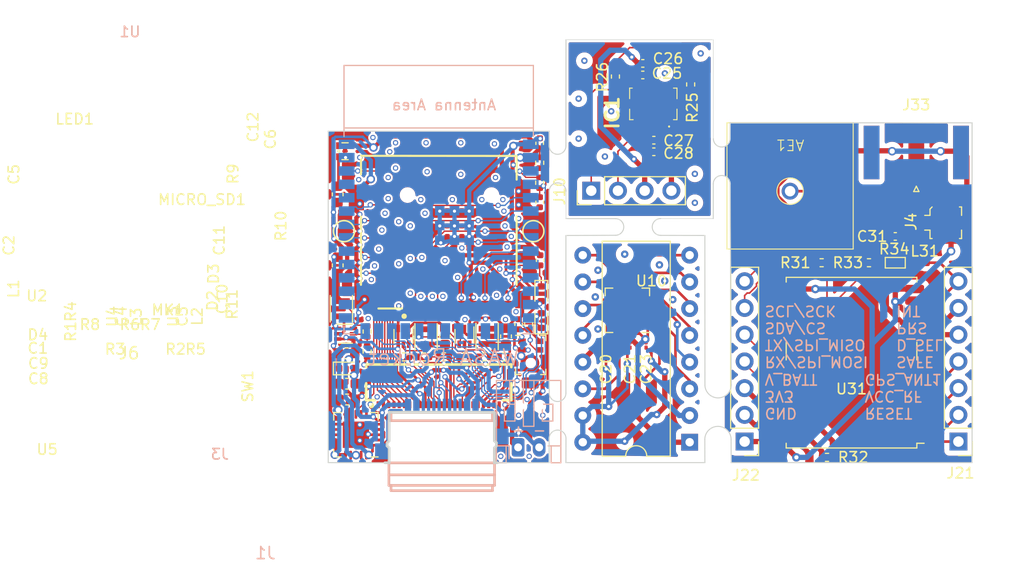
<source format=kicad_pcb>
(kicad_pcb (version 20221018) (generator pcbnew)
  (layers (0 "F.Cu" signal) (31 "B.Cu" signal) (34 "B.Paste" user) (35 "F.Paste" user) (36 "B.SilkS" user "B.Silkscreen") (37 "F.SilkS" user "F.Silkscreen") (38 "B.Mask" user) (39 "F.Mask" user) (44 "Edge.Cuts" user))
  (net 0 "")
  (footprint "WOBCLibrary:TVAF06-A020B-R" (layer "F.Cu") (at 83.4 91.65)
    (fp_text reference "SW1")
    (fp_text value "SW_Push")
  )
  (footprint "Capacitor_SMD:C_0402_1005Metric" (layer "F.Cu") (at 95.15 67.453558 180)
    (fp_text reference "C28")
    (fp_text value "100nF")
  )
  (footprint "Inductor_SMD:L_Murata_DFE201610P" (layer "F.Cu") (at 65.45 82.375 90)
    (fp_text reference "L1")
    (fp_text value "3.3uH")
  )
  (footprint "Resistor_SMD:R_0402_1005Metric" (layer "F.Cu") (at 111.61 96.5 180)
    (fp_text reference "R32")
    (fp_text value "100K" hide)
  )
  (footprint "Capacitor_SMD:C_0402_1005Metric" (layer "F.Cu") (at 84.3 66.65 -90)
    (fp_text reference "C12")
    (fp_text value "1uF")
  )
  (footprint "Capacitor_SMD:C_0603_1608Metric" (layer "F.Cu") (at 65.1 71.5 90)
    (fp_text reference "C5")
    (fp_text value "10µF")
  )
  (footprint "Connector_PinHeader_2.54mm:PinHeader_1x07_P2.54mm_Vertical" (layer "F.Cu") (at 103.78 95 180)
    (fp_text reference "J22")
    (fp_text value "Conn_01x07_Pin")
  )
  (footprint "Diode_SMD:D_SOD-523" (layer "F.Cu") (at 84.45 83.5 90)
    (fp_text reference "D2")
    (fp_text value "ESD9B5.0ST5G")
  )
  (footprint "Resistor_SMD:R_0402_1005Metric" (layer "F.Cu") (at 115.6 78 180)
    (fp_text reference "R33")
    (fp_text value "R" hide)
  )
  (footprint "Connector_PinHeader_2.54mm:PinHeader_1x07_P2.54mm_Vertical" (layer "F.Cu") (at 124.1 95 180)
    (fp_text reference "J21")
    (fp_text value "Conn_01x07_Pin")
  )
  (footprint "Capacitor_SMD:C_0402_1005Metric" (layer "F.Cu") (at 94.1 60.153558 180)
    (fp_text reference "C25")
    (fp_text value "10μF")
  )
  (footprint "Capacitor_SMD:C_0402_1005Metric" (layer "F.Cu") (at 94.1 59.053558 180)
    (fp_text reference "C26")
    (fp_text value "100nF")
  )
  (footprint "PCM_Resistor_SMD_AKL:R_0402_1005Metric" (layer "F.Cu") (at 118.1 78)
    (fp_text reference "R34")
    (fp_text value "10" hide)
  )
  (footprint "Capacitor_SMD:C_0603_1608Metric" (layer "F.Cu") (at 65.95 86.6 180)
    (fp_text reference "C1")
    (fp_text value "10µF")
  )
  (footprint "Package_TO_SOT_SMD:SOT-563" (layer "F.Cu") (at 65.85 84.75)
    (fp_text reference "U2")
    (fp_text value "TPS62A0x")
  )
  (footprint "Resistor_SMD:R_0402_1005Metric" (layer "F.Cu") (at 73.3 86.95 180)
    (fp_text reference "R3")
    (fp_text value "33k")
  )
  (footprint "Resistor_SMD:R_0402_1005Metric" (layer "F.Cu") (at 83.25 83.85 -90)
    (fp_text reference "R11")
    (fp_text value "330")
  )
  (footprint "Capacitor_SMD:C_01005_0402Metric" (layer "F.Cu") (at 94.412 85.82 -90)
    (fp_text reference "C23")
    (fp_text value "4.7μF")
  )
  (footprint "Capacitor_SMD:C_01005_0402Metric" (layer "F.Cu") (at 90.602 85.824 -90)
    (fp_text reference "C20")
    (fp_text value "4.7μF")
  )
  (footprint "Package_TO_SOT_SMD:SOT-563" (layer "F.Cu") (at 77.15 85 -90)
    (fp_text reference "U3")
    (fp_text value "TPS62A0x")
  )
  (footprint "RF_GPS:ublox_NEO" (layer "F.Cu") (at 113.94 87.5 180)
    (fp_text reference "U31")
    (fp_text value "NEO-M9N")
  )
  (footprint "Inductor_SMD:L_Murata_DFE201610P" (layer "F.Cu") (at 73.5 85.05 -90)
    (fp_text reference "L3")
    (fp_text value "3.3uH")
  )
  (footprint "Package_TO_SOT_SMD:SOT-563" (layer "F.Cu") (at 71.35 85 -90)
    (fp_text reference "U4")
    (fp_text value "TPS62A0x")
  )
  (footprint "Connector_Coaxial:SMA_Amphenol_132289_EdgeMount" (layer "F.Cu") (at 120.1 67.5225 90)
    (fp_text reference "J33")
    (fp_text value "SMA")
  )
  (footprint "Capacitor_SMD:C_0603_1608Metric" (layer "F.Cu") (at 75.3 85 90)
    (fp_text reference "C4")
    (fp_text value "10µF")
  )
  (footprint "Resistor_SMD:R_0402_1005Metric" (layer "F.Cu") (at 84.3 70.4 90)
    (fp_text reference "R10")
    (fp_text value "4.7k")
  )
  (footprint "Resistor_SMD:R_0402_1005Metric" (layer "F.Cu") (at 80.94 86.95 180)
    (fp_text reference "R5")
    (fp_text value "200k")
  )
  (footprint "Capacitor_SMD:C_0402_1005Metric" (layer "F.Cu") (at 95.15 66.353558 180)
    (fp_text reference "C27")
    (fp_text value "10μF")
  )
  (footprint "Capacitor_SMD:C_0402_1005Metric" (layer "F.Cu") (at 118.1 75.5 180)
    (fp_text reference "C31")
    (fp_text value "100nF")
  )
  (footprint "Package_DIP:DIP-16_W10.16mm" (layer "F.Cu") (at 98.5555 95.062 180)
    (fp_text reference "J12" hide)
    (fp_text value "Conn_02x08_Counter_Clockwise" hide)
  )
  (footprint "Diode_SMD:D_SOD-523" (layer "F.Cu") (at 84.45 80.95 -90)
    (fp_text reference "D3")
    (fp_text value "ESD9B5.0ST5G")
  )
  (footprint "Inductor_SMD:L_0402_1005Metric" (layer "F.Cu") (at 120.6 78 180)
    (fp_text reference "L31")
    (fp_text value "27nH, 300mA")
  )
  (footprint "Package_DFN_QFN:QFN-20-1EP_4x4mm_P0.5mm_EP2.5x2.5mm" (layer "F.Cu") (at 66.83125 94.35 180)
    (fp_text reference "U5")
    (fp_text value "MCP73871")
  )
  (footprint "Resistor_SMD:R_0402_1005Metric" (layer "F.Cu") (at 75.2 86.95)
    (fp_text reference "R6")
    (fp_text value "51k")
  )
  (footprint "WOBC_librsries:BMI088" (layer "F.Cu") (at 95.1 62.903558 180)
    (fp_text reference "IC1")
    (fp_text value "BMI088" hide)
  )
  (footprint "WOBCLibrary:FPC-SMD_24P-P0.50_HCTL_HC-FPC-05-10-24RLTAG" (layer "F.Cu") (at 74.7 90.095)
    (fp_text reference "J6")
    (fp_text value "Conn_01x24_Shielded" hide)
  )
  (footprint "Sensor_Audio:Knowles_LGA-5_3.5x2.65mm" (layer "F.Cu") (at 83.45 86.7675)
    (fp_text reference "MK1")
    (fp_text value "SPH0641LU4H-1")
  )
  (footprint "Resistor_SMD:R_0402_1005Metric" (layer "F.Cu") (at 111.1 78)
    (fp_text reference "R31")
    (fp_text value "R" hide)
  )
  (footprint "Resistor_SMD:R_0402_1005Metric" (layer "F.Cu") (at 71.4 86.95)
    (fp_text reference "R8")
    (fp_text value "4.7k")
  )
  (footprint "Capacitor_SMD:C_0402_1005Metric" (layer "F.Cu") (at 82.3 83.85 -90)
    (fp_text reference "C10")
    (fp_text value "1uF")
  )
  (footprint "Resistor_SMD:R_0402_1005Metric" (layer "F.Cu") (at 67.9 84.54 -90)
    (fp_text reference "R4")
    (fp_text value "100k")
  )
  (footprint "Resistor_SMD:R_0402_1005Metric" (layer "F.Cu") (at 67.9 86.44 -90)
    (fp_text reference "R1")
    (fp_text value "22k")
  )
  (footprint "WOBCLibrary:TF-01A" (layer "F.Cu") (at 74.7114 75.1 180)
    (fp_text reference "MICRO_SD1")
    (fp_text value "TF-01A")
  )
  (footprint "Resistor_SMD:R_0402_1005Metric" (layer "F.Cu") (at 84.3 68.5 -90)
    (fp_text reference "R9")
    (fp_text value "100k")
  )
  (footprint "Resistor_SMD:R_0402_1005Metric" (layer "F.Cu") (at 91.5 60.303558 90)
    (fp_text reference "R26")
    (fp_text value "4.7K")
  )
  (footprint "Capacitor_SMD:C_0402_1005Metric" (layer "F.Cu") (at 84.35 77.77 90)
    (fp_text reference "C11")
    (fp_text value "1uF")
  )
  (footprint "Diode_SMD:D_SOD-523" (layer "F.Cu") (at 65.95 88.05)
    (fp_text reference "D4")
    (fp_text value "ESD9B5.0ST5G")
  )
  (footprint "WOBCLibrary:LED_XL-1615RGBC-WS2812B" (layer "F.Cu") (at 65.8 67.4)
    (fp_text reference "LED1")
    (fp_text value "WS2812B")
  )
  (footprint "Resistor_SMD:R_0402_1005Metric" (layer "F.Cu") (at 77.14 86.95)
    (fp_text reference "R7")
    (fp_text value "4.7k")
  )
  (footprint "Resistor_SMD:R_0402_1005Metric" (layer "F.Cu") (at 79.04 86.95 180)
    (fp_text reference "R2")
    (fp_text value "51k")
  )
  (footprint "Capacitor_SMD:C_0402_1005Metric" (layer "F.Cu") (at 84.3 72.25 -90)
    (fp_text reference "C6")
    (fp_text value "1uF")
  )
  (footprint "Resistor_SMD:R_0402_1005Metric" (layer "F.Cu") (at 98.65 61.053558 90)
    (fp_text reference "R25")
    (fp_text value "4.7K")
  )
  (footprint "Inductor_SMD:L_Murata_DFE201610P" (layer "F.Cu") (at 79.3 85 -90)
    (fp_text reference "L2")
    (fp_text value "3.3uH")
  )
  (footprint "Connector_Coaxial:U.FL_Molex_MCRF_73412-0110_Vertical" (layer "F.Cu") (at 122.9 74.2 -90)
    (fp_text reference "J4")
    (fp_text value "U.FL")
  )
  (footprint "Connector_PinHeader_2.54mm:PinHeader_1x04_P2.54mm_Vertical" (layer "F.Cu") (at 89.2 71.153558 90)
    (fp_text reference "J10")
    (fp_text value "Conn_01x04_Pin")
  )
  (footprint "Package_DFN_QFN:QFN-20-1EP_4x4mm_P0.5mm_EP2.5x2.5mm" (layer "F.Cu") (at 92.634 82.522 180)
    (fp_text reference "U10")
    (fp_text value "MCP73871-1CC" hide)
  )
  (footprint "Capacitor_SMD:C_0603_1608Metric" (layer "F.Cu") (at 66 89.5 180)
    (fp_text reference "C8")
    (fp_text value "10µF")
  )
  (footprint "WOBCLibrary:GNSS_Antenna_1212" (layer "F.Cu") (at 108.1 70.7 180)
    (fp_text reference "AE1")
    (fp_text value "Antenna")
  )
  (footprint "Capacitor_SMD:C_0603_1608Metric" (layer "F.Cu") (at 81.1 85 90)
    (fp_text reference "C3")
    (fp_text value "10µF")
  )
  (footprint "Capacitor_SMD:C_0603_1608Metric" (layer "F.Cu") (at 65.1 78.25 90)
    (fp_text reference "C2")
    (fp_text value "10µF")
  )
  (footprint "Capacitor_SMD:C_01005_0402Metric" (layer "F.Cu") (at 92.888 85.82 -90)
    (fp_text reference "C21")
    (fp_text value "10μF")
  )
  (footprint "Capacitor_SMD:C_0603_1608Metric" (layer "F.Cu") (at 66 91)
    (fp_text reference "C9")
    (fp_text value "10µF")
  )
  (footprint "PCM_Espressif:ESP32-S3-WROOM-1" (layer "B.Cu") (at 74.7 75 180)
    (fp_text reference "U1")
    (fp_text value "ESP32-S3-WROOM-1")
  )
  (footprint "Connector_JST:JST_PH_S2B-PH-K_1x02_P2.00mm_Horizontal" (layer "B.Cu") (at 82.25 95.55)
    (fp_text reference "J3")
    (fp_text value "LiPo")
  )
  (footprint "WOBCLibrary:USB-C-SMD_SHOUHAN_TYPE-C-16PFS-2JCB0.8-H7.45" (layer "B.Cu") (at 75.002 93.713 180)
    (fp_text reference "J1")
    (fp_text value "TYPE-C 16PFS 2JCB0.8-H7.45 IPX8" hide)
    (fp_line (start -5.188 -1.7) (end -5.188 -1.4) (stroke (width 0.254)) (layer "Edge.Cuts"))
    (fp_line (start -5.188 -1.4) (end -4.989 -1.218) (stroke (width 0.254)) (layer "Edge.Cuts"))
    (fp_line (start -4.989 -3.301) (end -4.989 -1.901) (stroke (width 0.254)) (layer "Edge.Cuts"))
    (fp_line (start -4.989 -1.901) (end -5.188 -1.7) (stroke (width 0.254)) (layer "Edge.Cuts"))
    (fp_line (start -4.988 -3.3) (end -5.288 -3.3) (stroke (width 0.254)) (layer "Edge.Cuts"))
    (fp_line (start -4.988 1.5) (end -4.988 -1.218) (stroke (width 0.254)) (layer "Edge.Cuts"))
    (fp_line (start -4.988 1.5) (end 5.012 1.5) (stroke (width 0.254)) (layer "Edge.Cuts"))
    (fp_line (start 5.012 -3.3) (end 5.012 -1.9) (stroke (width 0.254)) (layer "Edge.Cuts"))
    (fp_line (start 5.012 -3.3) (end 5.412 -3.3) (stroke (width 0.254)) (layer "Edge.Cuts"))
    (fp_line (start 5.012 -1.9) (end 5.211 -1.699) (stroke (width 0.254)) (layer "Edge.Cuts"))
    (fp_line (start 5.012 -1.217) (end 5.012 1.5) (stroke (width 0.254)) (layer "Edge.Cuts"))
    (fp_line (start 5.211 -1.699) (end 5.211 -1.399) (stroke (width 0.254)) (layer "Edge.Cuts"))
    (fp_line (start 5.211 -1.399) (end 5.012 -1.217) (stroke (width 0.254)) (layer "Edge.Cuts"))
  )
  (gr_circle (center 83.7 75) (end 84.7 75) (stroke (width 0.15)) (fill none) (layer "F.SilkS"))
  (gr_circle (center 65.7 75) (end 66.7 75) (stroke (width 0.15)) (fill none) (layer "F.SilkS"))
  (gr_arc (start 86.792 66.9) (mid 86 67.692) (end 85.208 66.9) (stroke (width 0.1)) (layer "Edge.Cuts"))
  (gr_line (start 125.4 97) (end 102.5 97) (stroke (width 0.1)) (layer "Edge.Cuts"))
  (gr_arc (start 102.506542 89.605102) (mid 101.278249 90.847999) (end 100.006127 89.65) (stroke (width 0.1)) (layer "Edge.Cuts"))
  (gr_line (start 91.5 73.808) (end 86.8 73.803558) (stroke (width 0.1)) (layer "Edge.Cuts"))
  (gr_line (start 64.2 97) (end 64.2 65.5) (stroke (width 0.1)) (layer "Edge.Cuts"))
  (gr_arc (start 85.2 94.7) (mid 86 93.9) (end 86.8 94.7) (stroke (width 0.1)) (layer "Edge.Cuts"))
  (gr_line (start 102.506542 89.605102) (end 102.4 70.508) (stroke (width 0.1)) (layer "Edge.Cuts"))
  (gr_line (start 125.4 64.7) (end 125.4 97) (stroke (width 0.1)) (layer "Edge.Cuts"))
  (gr_arc (start 100.8 70.508) (mid 101.6 69.708) (end 102.4 70.508) (stroke (width 0.1)) (layer "Edge.Cuts"))
  (gr_arc (start 85.2 71.2) (mid 86 70.4) (end 86.8 71.2) (stroke (width 0.1)) (layer "Edge.Cuts"))
  (gr_line (start 85.2 71.2) (end 85.208 90.4) (stroke (width 0.1)) (layer "Edge.Cuts"))
  (gr_line (start 86.792 97) (end 86.8 94.7) (stroke (width 0.1)) (layer "Edge.Cuts"))
  (gr_line (start 100.8 56.803558) (end 87.8 56.803558) (stroke (width 0.05)) (layer "Edge.Cuts"))
  (gr_arc (start 99.994557 94.788359) (mid 101.250027 93.546366) (end 102.493873 94.8) (stroke (width 0.1)) (layer "Edge.Cuts"))
  (gr_line (start 86.792 97) (end 100 97) (stroke (width 0.1)) (layer "Edge.Cuts"))
  (gr_line (start 100.808 66.208) (end 100.8 56.803558) (stroke (width 0.05)) (layer "Edge.Cuts"))
  (gr_line (start 102.392 66.208) (end 102.4 64.7) (stroke (width 0.1)) (layer "Edge.Cuts"))
  (gr_line (start 64.2 97) (end 69.59 97.013) (stroke (width 0.1)) (layer "Edge.Cuts"))
  (gr_line (start 95.8 75.4) (end 100 75.41) (stroke (width 0.1)) (layer "Edge.Cuts"))
  (gr_line (start 100.8 70.508) (end 100.8 73.803558) (stroke (width 0.1)) (layer "Edge.Cuts"))
  (gr_line (start 86.792 66.9) (end 86.8 56.803558) (stroke (width 0.1)) (layer "Edge.Cuts"))
  (gr_line (start 64.2 65.5) (end 85.2 65.5) (stroke (width 0.1)) (layer "Edge.Cuts"))
  (gr_line (start 95.8 73.8) (end 100.8 73.803558) (stroke (width 0.05)) (layer "Edge.Cuts"))
  (gr_arc (start 102.392 66.208) (mid 101.6 67) (end 100.808 66.208) (stroke (width 0.1)) (layer "Edge.Cuts"))
  (gr_arc (start 86.792 90.4) (mid 86 91.192) (end 85.208 90.4) (stroke (width 0.1)) (layer "Edge.Cuts"))
  (gr_line (start 86.792 75.41) (end 86.792 90.4) (stroke (width 0.1)) (layer "Edge.Cuts"))
  (gr_line (start 91.5 75.392) (end 86.792 75.41) (stroke (width 0.1)) (layer "Edge.Cuts"))
  (gr_line (start 85.2 65.5) (end 85.208 66.9) (stroke (width 0.1)) (layer "Edge.Cuts"))
  (gr_arc (start 91.5 73.808) (mid 92.292 74.6) (end 91.5 75.392) (stroke (width 0.1)) (layer "Edge.Cuts"))
  (gr_line (start 102.4 64.7) (end 125.4 64.7) (stroke (width 0.1)) (layer "Edge.Cuts"))
  (gr_line (start 102.5 97) (end 102.493873 94.8) (stroke (width 0.1)) (layer "Edge.Cuts"))
  (gr_arc (start 95.8 75.4) (mid 95 74.6) (end 95.8 73.8) (stroke (width 0.1)) (layer "Edge.Cuts"))
  (gr_line (start 85.2 97) (end 80.29 97.013) (stroke (width 0.1)) (layer "Edge.Cuts"))
  (gr_line (start 86.8 71.2) (end 86.8 73.803558) (stroke (width 0.05)) (layer "Edge.Cuts"))
  (gr_line (start 99.994557 94.788359) (end 100 97) (stroke (width 0.1)) (layer "Edge.Cuts"))
  (gr_line (start 85.2 94.7) (end 85.2 97) (stroke (width 0.1)) (layer "Edge.Cuts"))
  (gr_line (start 86.8 56.803558) (end 87.8 56.803558) (stroke (width 0.05)) (layer "Edge.Cuts"))
  (gr_line (start 100.006127 89.65) (end 100 75.41) (stroke (width 0.1)) (layer "Edge.Cuts"))
  (gr_text "GND\n3V3\nV_BATT\n" (at 105.6 88.5 180) (layer "B.SilkS") (effects (font (size 1 1)) (justify left bottom mirror)))
  (gr_text "RESET\nVCC_RF\nGPS_ANT1" (at 115.1 88.5 180) (layer "B.SilkS") (effects (font (size 1 1)) (justify left bottom mirror)))
  (gr_text "RX/SPI_MOSI\nTX/SPI_MISO\nSDA/CS\nSCL/SCK" (at 105.6 82 180) (layer "B.SilkS") (effects (font (size 1 1)) (justify left bottom mirror)))
  (gr_text "- +" (at 85 94.5) (layer "B.SilkS") (effects (font (size 1 1)) (justify left bottom mirror)))
  (gr_text "SAFE\nD_SEL\nPRS\nINT" (at 118.1 82 180) (layer "B.SilkS") (effects (font (size 1 1)) (justify left bottom mirror)))
  (gr_text "WASA Rocket" (at 75.2 87) (layer "B.SilkS") (effects (font (size 1.5 1.5)) (justify mirror)))
  (segment (start 115.85 67.3625) (end 117.7625 67.3625) (width 0.5) (layer "F.Cu") (net 0))
  (segment (start 76.708012 89.5365) (end 76.4365 89.808012) (width 0.127) (layer "F.Cu") (net 0))
  (segment (start 66.65 89.375) (end 66.775 89.5) (width 0.4) (layer "F.Cu") (net 0))
  (segment (start 123.4 75.675) (end 123.4 76.9) (width 0.5) (layer "F.Cu") (net 0))
  (segment (start 94.25 69.153558) (end 94.25 69.303558) (width 0.5) (layer "F.Cu") (net 0))
  (segment (start 108.1 71.2) (end 120.1 71.2) (width 0.25) (layer "F.Cu") (net 0))
  (segment (start 93.634 84.562204) (end 94.342296 85.2705) (width 0.25) (layer "F.Cu") (net 0))
  (segment (start 76 86.45) (end 76.1695 86.6195) (width 0.127) (layer "F.Cu") (net 0))
  (segment (start 65.1 84.25) (end 64.9 84) (width 0.25) (layer "F.Cu") (net 0))
  (segment (start 90.6965 80.5845) (end 90.602 80.49) (width 0.25) (layer "F.Cu") (net 0))
  (segment (start 66.8752 79.8248) (end 66.8752 80.725) (width 0.4) (layer "F.Cu") (net 0))
  (segment (start 84.3 67.13) (end 83.53 67.9) (width 0.4) (layer "F.Cu") (net 0))
  (segment (start 66.725 86.6) (end 66.725 86.613942) (width 0.4) (layer "F.Cu") (net 0))
  (segment (start 67.9 84.03) (end 67.8095 83.9395) (width 0.127) (layer "F.Cu") (net 0))
  (segment (start 76.1695 86.6195) (end 76.1695 87.270826) (width 0.127) (layer "F.Cu") (net 0))
  (segment (start 65.8002 70.725) (end 66.8752 71.8) (width 0.4) (layer "F.Cu") (net 0))
  (segment (start 91.74 71.153558) (end 91.74 67.413558) (width 0.15) (layer "F.Cu") (net 0))
  (segment (start 72.79 86.95) (end 71.91 86.95) (width 0.25) (layer "F.Cu") (net 0))
  (segment (start 78.95 91.168618) (end 78.95 91.5) (width 0.25) (layer "F.Cu") (net 0))
  (segment (start 83.4 93.875) (end 83.4 94.85) (width 0.4) (layer "F.Cu") (net 0))
  (segment (start 69.43325 93.646008) (end 69.229258 93.85) (width 0.25) (layer "F.Cu") (net 0))
  (segment (start 120.44 95) (end 119.94 94.5) (width 0.25) (layer "F.Cu") (net 0))
  (segment (start 81.675 90.425) (end 81.675 95.125) (width 0.4) (layer "F.Cu") (net 0))
  (segment (start 76 85.35) (end 76 86.45) (width 0.127) (layer "F.Cu") (net 0))
  (segment (start 99.04 60.543558) (end 99.6 61.103558) (width 0.15) (layer "F.Cu") (net 0))
  (segment (start 76.899826 86.4395) (end 77.410326 86.95) (width 0.127) (layer "F.Cu") (net 0))
  (segment (start 97.206 85.000595) (end 96.19 83.984595) (width 0.25) (layer "F.Cu") (net 0))
  (segment (start 88.3955 87.442) (end 88.3955 87.2685) (width 0.5) (layer "F.Cu") (net 0))
  (segment (start 64.7495 75.716116) (end 64.7495 75.765616) (width 0.4) (layer "F.Cu") (net 0))
  (segment (start 72.95 91.175) (end 72.95 91.5) (width 0.127) (layer "F.Cu") (net 0))
  (segment (start 97.3005 80.5845) (end 93.634 80.5845) (width 0.25) (layer "F.Cu") (net 0))
  (segment (start 66.425 66.875) (end 68.325 66.875) (width 0.4) (layer "F.Cu") (net 0))
  (segment (start 65.702 84.524382) (end 65.476382 84.75) (width 0.25) (layer "F.Cu") (net 0))
  (segment (start 81.723 68.777) (end 81.723 69.471529) (width 0.4) (layer "F.Cu") (net 0))
  (segment (start 72.062942 88.4175) (end 72.65429 88.4175) (width 0.127) (layer "F.Cu") (net 0))
  (segment (start 70.7155 88.345679) (end 70.7155 87.1245) (width 0.25) (layer "F.Cu") (net 0))
  (segment (start 106.85 71.710654) (end 110.639346 75.5) (width 0.5) (layer "F.Cu") (net 0))
  (segment (start 68.05 94.35) (end 68 94.3) (width 0.25) (layer "F.Cu") (net 0))
  (segment (start 82.6125 87.825698) (end 82.986802 88.2) (width 0.25) (layer "F.Cu") (net 0))
  (segment (start 95.1475 62.953558) (end 95.6 63.406058) (width 0.3) (layer "F.Cu") (net 0))
  (segment (start 81.1 84.225) (end 80.1238 83.2488) (width 0.25) (layer "F.Cu") (net 0))
  (segment (start 93.134 80.123992) (end 94.291992 78.966) (width 0.25) (layer "F.Cu") (net 0))
  (segment (start 73.95 91.2) (end 73.95 91.5) (width 0.127) (layer "F.Cu") (net 0))
  (segment (start 117.25 82.204924) (end 117.25 79.65) (width 0.5) (layer "F.Cu") (net 0))
  (segment (start 84.45 84.2) (end 84.0505 83.8005) (width 0.127) (layer "F.Cu") (net 0))
  (segment (start 74.69 86.95) (end 73.81 86.95) (width 0.127) (layer "F.Cu") (net 0))
  (segment (start 84.3 81.8) (end 84.3 81.8) (width 0.25) (layer "F.Cu") (net 0))
  (segment (start 69.13 87.027348) (end 69.0665 86.963848) (width 0.127) (layer "F.Cu") (net 0))
  (segment (start 91.64 60.953558) (end 91.5 60.813558) (width 0.15) (layer "F.Cu") (net 0))
  (segment (start 78.45 76.05) (end 78.4 76) (width 0.127) (layer "F.Cu") (net 0))
  (segment (start 95.6 64.068558) (end 95.6 66.323558) (width 0.3) (layer "F.Cu") (net 0))
  (segment (start 82.99 69.89) (end 82.4 69.3) (width 0.127) (layer "F.Cu") (net 0))
  (segment (start 80.4 88.8) (end 79.825 88.8) (width 0.127) (layer "F.Cu") (net 0))
  (segment (start 80.704382 90.923) (end 81 91.218618) (width 0.25) (layer "F.Cu") (net 0))
  (segment (start 76.85 81.35) (end 76.85 82.2422) (width 0.127) (layer "F.Cu") (net 0))
  (segment (start 97.375806 83.558702) (end 95.839104 82.022) (width 0.25) (layer "F.Cu") (net 0))
  (segment (start 79.45 91.175) (end 79.45 91.5) (width 0.127) (layer "F.Cu") (net 0))
  (segment (start 103.78 87.38) (end 103.78 87.582462) (width 0.25) (layer "F.Cu") (net 0))
  (segment (start 106.16 92.3) (end 107.94 92.3) (width 0.5) (layer "F.Cu") (net 0))
  (segment (start 69.1 82.431418) (end 68.8125 82.718918) (width 0.127) (layer "F.Cu") (net 0))
  (segment (start 66.45 83.5) (end 66.45 82.65) (width 0.127) (layer "F.Cu") (net 0))
  (segment (start 66.775 91.05) (end 67.125 90.7) (width 0.4) (layer "F.Cu") (net 0))
  (segment (start 68.8125 82.718918) (end 68.8125 87.069058) (width 0.127) (layer "F.Cu") (net 0))
  (segment (start 71.635979 88.733) (end 71.0925 88.189521) (width 0.25) (layer "F.Cu") (net 0))
  (segment (start 95.1 65.103558) (end 94.67 65.533558) (width 0.3) (layer "F.Cu") (net 0))
  (segment (start 71.85 84.25) (end 72.375 83.725) (width 0.25) (layer "F.Cu") (net 0))
  (segment (start 117.25 79.65) (end 117.59 79.31) (width 0.5) (layer "F.Cu") (net 0))
  (segment (start 65.476382 84.75) (end 65.1 84.75) (width 0.25) (layer "F.Cu") (net 0))
  (segment (start 82 86.0355) (end 81.9 85.9355) (width 0.25) (layer "F.Cu") (net 0))
  (segment (start 75.75 88.557537) (end 75.827 88.634537) (width 0.25) (layer "F.Cu") (net 0))
  (segment (start 82.0645 86.1) (end 82 86.1) (width 0.25) (layer "F.Cu") (net 0))
  (segment (start 124.875 74.2) (end 123.4 72.725) (width 0.5) (layer "F.Cu") (net 0))
  (segment (start 79.15 87.6) (end 78.85 87.6) (width 0.127) (layer "F.Cu") (net 0))
  (segment (start 83.4 94.85) (end 84.1 95.55) (width 0.4) (layer "F.Cu") (net 0))
  (segment (start 77.6 78) (end 77.75 78.15) (width 0.4) (layer "F.Cu") (net 0))
  (segment (start 79.95 91.168618) (end 80.195618 90.923) (width 0.25) (layer "F.Cu") (net 0))
  (segment (start 74.9 89.4) (end 74.8365 89.3365) (width 0.127) (layer "F.Cu") (net 0))
  (segment (start 64.9 84) (end 64.62038 84.25) (width 0.25) (layer "F.Cu") (net 0))
  (segment (start 66.35 68) (end 66.425 67.925) (width 0.127) (layer "F.Cu") (net 0))
  (segment (start 69.15 75.65) (end 67.65 75.65) (width 0.127) (layer "F.Cu") (net 0))
  (segment (start 65.162335 91.941092) (end 65.162335 91.062665) (width 0.4) (layer "F.Cu") (net 0))
  (segment (start 84.3 81.8) (end 84.3 81.9) (width 0.25) (layer "F.Cu") (net 0))
  (segment (start 66.8752 77.6752) (end 67.2 78) (width 0.4) (layer "F.Cu") (net 0))
  (segment (start 81.3 81.35) (end 81.3 82.2554) (width 0.127) (layer "F.Cu") (net 0))
  (segment (start 76.95 90.705488) (end 76.95 91.5) (width 0.127) (layer "F.Cu") (net 0))
  (segment (start 68.2 91.45) (end 68.2 91.707537) (width 0.25) (layer "F.Cu") (net 0))
  (segment (start 81.6491 70.44535) (end 81.6491 74.5891) (width 0.4) (layer "F.Cu") (net 0))
  (segment (start 65.702 83.352) (end 65.702 84.524382) (width 0.25) (layer "F.Cu") (net 0))
  (segment (start 82.6125 86.2855) (end 82.6125 87.825698) (width 0.25) (layer "F.Cu") (net 0))
  (segment (start 68.53125 92.65) (end 68.85425 92.973) (width 0.25) (layer "F.Cu") (net 0))
  (segment (start 111.1 96.5) (end 111.1 95.9) (width 0.5) (layer "F.Cu") (net 0))
  (segment (start 69.638 89.376) (end 71.45 91.188) (width 0.127) (layer "F.Cu") (net 0))
  (segment (start 81.45 86.95) (end 81.45 86.125) (width 0.25) (layer "F.Cu") (net 0))
  (segment (start 69.8285 86.648218) (end 69.892 86.711718) (width 0.127) (layer "F.Cu") (net 0))
  (segment (start 89.68 77.282) (end 88.3955 77.282) (width 0.25) (layer "F.Cu") (net 0))
  (segment (start 106.54 77) (end 114.1 77) (width 0.15) (layer "F.Cu") (net 0))
  (segment (start 66.8752 75.3248) (end 66.8752 75.9752) (width 0.4) (layer "F.Cu") (net 0))
  (segment (start 72.9427 86.95) (end 73.5427 87.55) (width 0.25) (layer "F.Cu") (net 0))
  (segment (start 65.25 88.05) (end 65.25 89.475) (width 0.4) (layer "F.Cu") (net 0))
  (segment (start 92.65 63.438558) (end 93.185 62.903558) (width 0.15) (layer "F.Cu") (net 0))
  (segment (start 90.6965 82.522) (end 90.235992 82.522) (width 0.25) (layer "F.Cu") (net 0))
  (segment (start 64.7 75.666616) (end 64.7495 75.716116) (width 0.4) (layer "F.Cu") (net 0))
  (segment (start 110.6 93.4) (end 107.94 93.4) (width 0.5) (layer "F.Cu") (net 0))
  (segment (start 83.53 67.9) (end 82.55 67.9) (width 0.4) (layer "F.Cu") (net 0))
  (segment (start 67.8095 83.9395) (end 66.8395 83.9395) (width 0.127) (layer "F.Cu") (net 0))
  (segment (start 97 57.603558) (end 95.55 57.603558) (width 0.5) (layer "F.Cu") (net 0))
  (segment (start 84.3 78.3) (end 84.35 78.25) (width 0.127) (layer "F.Cu") (net 0))
  (segment (start 69.50625 94.573008) (end 69.229258 94.85) (width 0.25) (layer "F.Cu") (net 0))
  (segment (start 70.85 84.25) (end 70.85 85.75) (width 0.25) (layer "F.Cu") (net 0))
  (segment (start 77.35 88) (end 77.35 88.05) (width 0.25) (layer "F.Cu") (net 0))
  (segment (start 67.65 84.8) (end 67.9 85.05) (width 0.127) (layer "F.Cu") (net 0))
  (segment (start 80.7 66) (end 80.7 69.49625) (width 0.4) (layer "F.Cu") (net 0))
  (segment (start 99.6 61.103558) (end 99.6 62.253558) (width 0.15) (layer "F.Cu") (net 0))
  (segment (start 75.7 85.05) (end 76 85.35) (width 0.127) (layer "F.Cu") (net 0))
  (segment (start 119.94 83.8) (end 118.845076 83.8) (width 0.5) (layer "F.Cu") (net 0))
  (segment (start 99.6 62.253558) (end 99.6 60.203558) (width 0.5) (layer "F.Cu") (net 0))
  (segment (start 84.2 81.9) (end 84.45 81.65) (width 0.25) (layer "F.Cu") (net 0))
  (segment (start 70.3365 83.44113) (end 70.3365 86.437798) (width 0.127) (layer "F.Cu") (net 0))
  (segment (start 82.7305 83.8005) (end 82.3 83.37) (width 0.127) (layer "F.Cu") (net 0))
  (segment (start 64.89375 96.175) (end 64.81875 96.25) (width 0.4) (layer "F.Cu") (net 0))
  (segment (start 72.45 91.175) (end 70.146 88.871) (width 0.127) (layer "F.Cu") (net 0))
  (segment (start 68.85425 92.973) (end 69.24902 92.973) (width 0.25) (layer "F.Cu") (net 0))
  (segment (start 82 86.1) (end 82 86.0355) (width 0.25) (layer "F.Cu") (net 0))
  (segment (start 66.8752 76.6248) (end 66.8752 77.6752) (width 0.4) (layer "F.Cu") (net 0))
  (segment (start 93.25 68.153558) (end 94.25 69.153558) (width 0.5) (layer "F.Cu") (net 0))
  (segment (start 76.9135 89.5365) (end 76.708012 89.5365) (width 0.127) (layer "F.Cu") (net 0))
  (segment (start 90.24 85.424) (end 90.602 85.424) (width 0.5) (layer "F.Cu") (net 0))
  (segment (start 90.602 80.49) (end 89.934 79.822) (width 0.25) (layer "F.Cu") (net 0))
  (segment (start 67.6 87.7) (end 67.9 87.75) (width 0.25) (layer "F.Cu") (net 0))
  (segment (start 122.6 83.8) (end 119.94 83.8) (width 0.5) (layer "F.Cu") (net 0))
  (segment (start 82.55 67.9) (end 82.45 68) (width 0.4) (layer "F.Cu") (net 0))
  (segment (start 92.863 85.545) (end 92.888 85.545) (width 0.25) (layer "F.Cu") (net 0))
  (segment (start 77.9816 83.2184) (end 77.9816 82.2738) (width 0.25) (layer "F.Cu") (net 0))
  (segment (start 92.134 80.5845) (end 92.134 79.736) (width 0.25) (layer "F.Cu") (net 0))
  (segment (start 92.05 61.553558) (end 92.3 61.303558) (width 0.15) (layer "F.Cu") (net 0))
  (segment (start 81.2485 89.947684) (end 80.646184 90.55) (width 0.127) (layer "F.Cu") (net 0))
  (segment (start 107.44 95) (end 105.7 95) (width 0.5) (layer "F.Cu") (net 0))
  (segment (start 98.5555 87.4275) (end 98.5555 87.442) (width 0.25) (layer "F.Cu") (net 0))
  (segment (start 64.7 85.9) (end 64.7 86.125) (width 0.25) (layer "F.Cu") (net 0))
  (segment (start 89.2 71.153558) (end 89.2 61.903558) (width 0.15) (layer "F.Cu") (net 0))
  (segment (start 94.58 59.053558) (end 94.58 60.153558) (width 0.5) (layer "F.Cu") (net 0))
  (segment (start 84.289562 67.13) (end 84.3 67.13) (width 0.4) (layer "F.Cu") (net 0))
  (segment (start 71.45 91.188) (end 71.45 91.5) (width 0.127) (layer "F.Cu") (net 0))
  (segment (start 68.43125 95.35) (end 68.40625 95.375) (width 0.25) (layer "F.Cu") (net 0))
  (segment (start 67.2 79.5) (end 66.8752 79.8248) (width 0.4) (layer "F.Cu") (net 0))
  (segment (start 103.78 84.84) (end 106.1 87.16) (width 0.15) (layer "F.Cu") (net 0))
  (segment (start 68.065 89.76) (end 68.065 88.69) (width 0.4) (layer "F.Cu") (net 0))
  (segment (start 69.5745 83.1255) (end 69.5745 86.753428) (width 0.127) (layer "F.Cu") (net 0))
  (segment (start 70.0825 83.33592) (end 70.73912 82.6793) (width 0.127) (layer "F.Cu") (net 0))
  (segment (start 112.12 94.92) (end 110.6 93.4) (width 0.5) (layer "F.Cu") (net 0))
  (segment (start 74.9 89.4) (end 74.74 89.56) (width 0.127) (layer "F.Cu") (net 0))
  (segment (start 71.05195 82.6793) (end 71.4 82.33125) (width 0.127) (layer "F.Cu") (net 0))
  (segment (start 90.6965 81.522) (end 91.634 81.522) (width 0.25) (layer "F.Cu") (net 0))
  (segment (start 106.1 87.16) (end 106.1 88.802462) (width 0.15) (layer "F.Cu") (net 0))
  (segment (start 69.892 86.711718) (end 69.892 89.117) (width 0.127) (layer "F.Cu") (net 0))
  (segment (start 67 69.28) (end 69.98 69.28) (width 0.127) (layer "F.Cu") (net 0))
  (segment (start 122.4 67.4) (end 124.3125 67.4) (width 0.5) (layer "F.Cu") (net 0))
  (segment (start 91.634 80.5845) (end 91.634 81.522) (width 0.25) (layer "F.Cu") (net 0))
  (segment (start 76.4365 89.808012) (end 76.4365 90.191988) (width 0.127) (layer "F.Cu") (net 0))
  (segment (start 66.8752 73.0752) (end 67.2 73.4) (width 0.4) (layer "F.Cu") (net 0))
  (segment (start 64.7 74.4505) (end 64.7495 74.5) (width 0.4) (layer "F.Cu") (net 0))
  (segment (start 121.3 72.4) (end 120.1 71.2) (width 0.25) (layer "F.Cu") (net 0))
  (segment (start 65.1 70.725) (end 65.8002 70.725) (width 0.4) (layer "F.Cu") (net 0))
  (segment (start 95.6 66.323558) (end 95.63 66.353558) (width 0.3) (layer "F.Cu") (net 0))
  (segment (start 107.94 93.4) (end 104.72 93.4) (width 0.5) (layer "F.Cu") (net 0))
  (segment (start 91.872 88.618) (end 90.508 89.982) (width 0.25) (layer "F.Cu") (net 0))
  (segment (start 74.234036 88.215964) (end 74.05 88.4) (width 0.4) (layer "F.Cu") (net 0))
  (segment (start 81.335 88.69) (end 81.825 88.2) (width 0.25) (layer "F.Cu") (net 0))
  (segment (start 90.6965 83.022) (end 90.6965 83.522) (width 0.25) (layer "F.Cu") (net 0))
  (segment (start 72.79 86.95) (end 72.9427 86.95) (width 0.25) (layer "F.Cu") (net 0))
  (segment (start 69.0665 82.824128) (end 69.5 82.390628) (width 0.127) (layer "F.Cu") (net 0))
  (segment (start 103.78 89.92) (end 106.16 92.3) (width 0.5) (layer "F.Cu") (net 0))
  (segment (start 84.008454 83.105192) (end 84.144808 83.105192) (width 0.25) (layer "F.Cu") (net 0))
  (segment (start 66.83125 92.4125) (end 66.83125 92.142204) (width 0.127) (layer "F.Cu") (net 0))
  (segment (start 73.5816 76.6684) (end 73.5816 82.2738) (width 0.127) (layer "F.Cu") (net 0))
  (segment (start 78.723 84.852) (end 79.3 84.275) (width 0.25) (layer "F.Cu") (net 0))
  (segment (start 81.723 66.977) (end 81.723 68.623) (width 0.4) (layer "F.Cu") (net 0))
  (segment (start 71.9411 81.544892) (end 71.9411 82.7589) (width 0.127) (layer "F.Cu") (net 0))
  (segment (start 67.847713 96.271037) (end 67.83125 96.2875) (width 0.25) (layer "F.Cu") (net 0))
  (segment (start 76.1425 87.297826) (end 76.1425 90.8) (width 0.127) (layer "F.Cu") (net 0))
  (segment (start 69.1 77.7) (end 69.1 82.431418) (width 0.127) (layer "F.Cu") (net 0))
  (segment (start 84.62 69.01) (end 84.8835 69.2735) (width 0.127) (layer "F.Cu") (net 0))
  (segment (start 103.78 82.3) (end 103.78 81.12) (width 0.15) (layer "F.Cu") (net 0))
  (segment (start 80.192463 88.15) (end 80.733463 87.609) (width 0.25) (layer "F.Cu") (net 0))
  (segment (start 96.19 83.984595) (end 96.19 83.538) (width 0.25) (layer "F.Cu") (net 0))
  (segment (start 83.4 85.7605) (end 83.4 85.35) (width 0.127) (layer "F.Cu") (net 0))
  (segment (start 74.6 82.1922) (end 74.6816 82.2738) (width 0.127) (layer "F.Cu") (net 0))
  (segment (start 81.75 89.2) (end 81.6755 89.2745) (width 0.127) (layer "F.Cu") (net 0))
  (segment (start 82.6125 85.0625) (end 82.6 85.05) (width 0.127) (layer "F.Cu") (net 0))
  (segment (start 69.229258 93.85) (end 69.50625 94.126992) (width 0.25) (layer "F.Cu") (net 0))
  (segment (start 66.8752 71.8) (end 66.8752 71.4248) (width 0.4) (layer "F.Cu") (net 0))
  (segment (start 77.65 84.25) (end 77.65 83.55) (width 0.25) (layer "F.Cu") (net 0))
  (segment (start 114.1 77) (end 115.09 77.99) (width 0.15) (layer "F.Cu") (net 0))
  (segment (start 70.45 91.175) (end 69.13 89.855) (width 0.127) (layer "F.Cu") (net 0))
  (segment (start 93.62 59.023558) (end 93.05 58.453558) (width 0.5) (layer "F.Cu") (net 0))
  (segment (start 117.7625 67.3625) (end 117.8 67.4) (width 0.5) (layer "F.Cu") (net 0))
  (segment (start 72.525 84.275) (end 73.5 84.275) (width 0.25) (layer "F.Cu") (net 0))
  (segment (start 70.0825 86.543008) (end 70.0825 83.33592) (width 0.127) (layer "F.Cu") (net 0))
  (segment (start 70.95 91.175) (end 70.95 91.5) (width 0.127) (layer "F.Cu") (net 0))
  (segment (start 120.482462 91.2) (end 119.94 91.2) (width 0.25) (layer "F.Cu") (net 0))
  (segment (start 93.62 60.153558) (end 93.62 59.053558) (width 0.5) (layer "F.Cu") (net 0))
  (segment (start 78.8905 86.2905) (end 77.3405 86.2905) (width 0.127) (layer "F.Cu") (net 0))
  (segment (start 65.83125 92.4125) (end 66.10625 92.4125) (width 0.4) (layer "F.Cu") (net 0))
  (segment (start 73 72.55) (end 80.35 72.55) (width 0.127) (layer "F.Cu") (net 0))
  (segment (start 64.89375 95.35) (end 64.89375 94.875) (width 0.4) (layer "F.Cu") (net 0))
  (segment (start 94.342296 85.2705) (end 94.342296 85.500296) (width 0.25) (layer "F.Cu") (net 0))
  (segment (start 98.5555 84.102) (end 95.9755 81.522) (width 0.25) (layer "F.Cu") (net 0))
  (segment (start 98.5555 89.2055) (end 97.206 87.856) (width 0.25) (layer "F.Cu") (net 0))
  (segment (start 71.7667 82.9333) (end 70.84433 82.9333) (width 0.127) (layer "F.Cu") (net 0))
  (segment (start 120 84.84) (end 119.94 84.9) (width 0.25) (layer "F.Cu") (net 0))
  (segment (start 76.45 91.1075) (end 76.45 91.5) (width 0.127) (layer "F.Cu") (net 0))
  (segment (start 68.76875 94.35) (end 68.05 94.35) (width 0.25) (layer "F.Cu") (net 0))
  (segment (start 94.2 62.953558) (end 95.1475 62.953558) (width 0.3) (layer "F.Cu") (net 0))
  (segment (start 76.65 84.25) (end 76.65 83.85) (width 0.25) (layer "F.Cu") (net 0))
  (segment (start 73.81 86.95) (end 73.2235 86.3635) (width 0.127) (layer "F.Cu") (net 0))
  (segment (start 77.15 84.25) (end 77.15 84.626382) (width 0.25) (layer "F.Cu") (net 0))
  (segment (start 69.13 89.855) (end 69.13 87.027348) (width 0.127) (layer "F.Cu") (net 0))
  (segment (start 81.6755 89.2745) (end 81.6755 89.343908) (width 0.127) (layer "F.Cu") (net 0))
  (segment (start 79.1 81.35) (end 79.1 82.2554) (width 0.127) (layer "F.Cu") (net 0))
  (segment (start 119.1 82.7) (end 119.94 82.7) (width 0.5) (layer "F.Cu") (net 0))
  (segment (start 103.78 87.582462) (end 107.397538 91.2) (width 0.15) (layer "F.Cu") (net 0))
  (segment (start 79.15 83.35) (end 79.0488 83.2488) (width 0.25) (layer "F.Cu") (net 0))
  (segment (start 90.6965 82.022) (end 88.7355 82.022) (width 0.25) (layer "F.Cu") (net 0))
  (segment (start 81.9 85.025) (end 81.1 84.225) (width 0.25) (layer "F.Cu") (net 0))
  (segment (start 81.75 80.55) (end 82.7 81.5) (width 0.127) (layer "F.Cu") (net 0))
  (segment (start 90.6965 81.522) (end 90.6965 80.5845) (width 0.25) (layer "F.Cu") (net 0))
  (segment (start 97.6995 78.966) (end 98.5555 79.822) (width 0.25) (layer "F.Cu") (net 0))
  (segment (start 94.92 86.603) (end 94.412 86.095) (width 0.25) (layer "F.Cu") (net 0))
  (segment (start 67.9 86.95) (end 67.6 87.7) (width 0.25) (layer "F.Cu") (net 0))
  (segment (start 71.178 87.522) (end 71.1853 87.522) (width 0.25) (layer "F.Cu") (net 0))
  (segment (start 70.4 82.65921) (end 69.8285 83.23071) (width 0.127) (layer "F.Cu") (net 0))
  (segment (start 124.1 79.76) (end 122.26 81.6) (width 0.25) (layer "F.Cu") (net 0))
  (segment (start 124.875 74.2) (end 123.4 75.675) (width 0.5) (layer "F.Cu") (net 0))
  (segment (start 92.134 79.736) (end 89.68 77.282) (width 0.25) (layer "F.Cu") (net 0))
  (segment (start 71.0925 87.6075) (end 71.178 87.522) (width 0.25) (layer "F.Cu") (net 0))
  (segment (start 81 91.218618) (end 81 91.5) (width 0.25) (layer "F.Cu") (net 0))
  (segment (start 110.5 80.5) (end 107.94 80.5) (width 0.5) (layer "F.Cu") (net 0))
  (segment (start 64.7 73.7) (end 64.7 73.2) (width 0.4) (layer "F.Cu") (net 0))
  (segment (start 81.3 82.2554) (end 81.2816 82.2738) (width 0.127) (layer "F.Cu") (net 0))
  (segment (start 98.5555 82.362) (end 98.5555 81.8395) (width 0.25) (layer "F.Cu") (net 0))
  (segment (start 118.3 80.5) (end 119.94 80.5) (width 0.5) (layer "F.Cu") (net 0))
  (segment (start 81.6491 74.5891) (end 84.35 77.29) (width 0.4) (layer "F.Cu") (net 0))
  (segment (start 65.1 79.025) (end 65.1 81.35) (width 0.4) (layer "F.Cu") (net 0))
  (segment (start 83.25 83.34) (end 83.25 82.855782) (width 0.25) (layer "F.Cu") (net 0))
  (segment (start 69.95 91.175) (end 69.95 91.5) (width 0.127) (layer "F.Cu") (net 0))
  (segment (start 104.905 80.224344) (end 104.905 79.995) (width 0.15) (layer "F.Cu") (net 0))
  (segment (start 82.6125 86.7875) (end 82.542194 86.857806) (width 0.25) (layer "F.Cu") (net 0))
  (segment (start 81.281382 91.5) (end 81.2 91.418618) (width 0.25) (layer "F.Cu") (net 0))
  (segment (start 72.12962 84.95) (end 72.345 84.73462) (width 0.25) (layer "F.Cu") (net 0))
  (segment (start 67.4 90.7) (end 67.4 90.425) (width 0.4) (layer "F.Cu") (net 0))
  (segment (start 70.73912 82.6793) (end 71.05195 82.6793) (width 0.127) (layer "F.Cu") (net 0))
  (segment (start 95.1 64.068558) (end 95.1 65.103558) (width 0.3) (layer "F.Cu") (net 0))
  (segment (start 75.25 75) (end 73.5816 76.6684) (width 0.127) (layer "F.Cu") (net 0))
  (segment (start 84.2875 85.4635) (end 84.2875 85.3975) (width 0.25) (layer "F.Cu") (net 0))
  (segment (start 79.884118 90.2345) (end 78.95 91.168618) (width 0.25) (layer "F.Cu") (net 0))
  (segment (start 80.933 87.643) (end 80.933 89.817) (width 0.25) (layer "F.Cu") (net 0))
  (segment (start 94.5715 83.522) (end 94.5715 85.041296) (width 0.25) (layer "F.Cu") (net 0))
  (segment (start 64.89375 95.478186) (end 64.89375 96.175) (width 0.4) (layer "F.Cu") (net 0))
  (segment (start 82.7 70.448529) (end 82.7 70.8) (width 0.4) (layer "F.Cu") (net 0))
  (segment (start 94.6 61.738558) (end 94.6 60.173558) (width 0.3) (layer "F.Cu") (net 0))
  (segment (start 69.3205 82.929338) (end 69.3205 86.858638) (width 0.127) (layer "F.Cu") (net 0))
  (segment (start 73.996 89.4) (end 73.996 90.796) (width 0.127) (layer "F.Cu") (net 0))
  (segment (start 81.041 87.609) (end 80.899 87.609) (width 0.25) (layer "F.Cu") (net 0))
  (segment (start 115.85 67.3625) (end 110.176846 67.3625) (width 0.5) (layer "F.Cu") (net 0))
  (segment (start 72.5 74.9) (end 72.5 81.125) (width 0.127) (layer "F.Cu") (net 0))
  (segment (start 66.8752 75.9752) (end 67.2 76.3) (width 0.4) (layer "F.Cu") (net 0))
  (segment (start 67.8 79) (end 68.5 79) (width 0.127) (layer "F.Cu") (net 0))
  (segment (start 92.134 84.4595) (end 92.134 84.920008) (width 0.25) (layer "F.Cu") (net 0))
  (segment (start 72.375 83.725) (end 74.8 83.725) (width 0.25) (layer "F.Cu") (net 0))
  (segment (start 124.1 92.46) (end 123.16 93.4) (width 0.25) (layer "F.Cu") (net 0))
  (segment (start 70.1 82.6) (end 69.5745 83.1255) (width 0.127) (layer "F.Cu") (net 0))
  (segment (start 79.1 82.2554) (end 79.0816 82.2738) (width 0.127) (layer "F.Cu") (net 0))
  (segment (start 84.3 69.01) (end 84.62 69.01) (width 0.127) (layer "F.Cu") (net 0))
  (segment (start 93.6 64.068558) (end 93.6 63.603558) (width 0.3) (layer "F.Cu") (net 0))
  (segment (start 88.3955 84.362492) (end 88.3955 84.902) (width 0.25) (layer "F.Cu") (net 0))
  (segment (start 69.50625 94.126992) (end 69.50625 94.573008) (width 0.25) (layer "F.Cu") (net 0))
  (segment (start 94.58 58.573558) (end 94.58 59.053558) (width 0.5) (layer "F.Cu") (net 0))
  (segment (start 81.723 68.623) (end 81.8 68.7) (width 0.4) (layer "F.Cu") (net 0))
  (segment (start 79.1 75) (end 75.25 75) (width 0.127) (layer "F.Cu") (net 0))
  (segment (start 77.75 81.05) (end 78 81.3) (width 0.4) (layer "F.Cu") (net 0))
  (segment (start 81.75 78.844512) (end 81.75 79.55) (width 0.127) (layer "F.Cu") (net 0))
  (segment (start 91.74 67.413558) (end 92.65 66.503558) (width 0.15) (layer "F.Cu") (net 0))
  (segment (start 66 77.016116) (end 66 78.125) (width 0.4) (layer "F.Cu") (net 0))
  (segment (start 91.634 80.5845) (end 90.6965 80.5845) (width 0.25) (layer "F.Cu") (net 0))
  (segment (start 73.2235 86.3635) (end 71.530854 86.3635) (width 0.127) (layer "F.Cu") (net 0))
  (segment (start 71.1512 83.2488) (end 70.85 83.55) (width 0.25) (layer "F.Cu") (net 0))
  (segment (start 75.3 84.225) (end 76.2895 85.2145) (width 0.127) (layer "F.Cu") (net 0))
  (segment (start 70.84433 82.9333) (end 70.3365 83.44113) (width 0.127) (layer "F.Cu") (net 0))
  (segment (start 73.4 74) (end 72.5 74.9) (width 0.127) (layer "F.Cu") (net 0))
  (segment (start 95.839104 82.022) (end 94.5715 82.022) (width 0.25) (layer "F.Cu") (net 0))
  (segment (start 66.8752 80.725) (end 67.6502 81.5) (width 0.4) (layer "F.Cu") (net 0))
  (segment (start 82.2 76.5) (end 83.56 76.5) (width 0.4) (layer "F.Cu") (net 0))
  (segment (start 64.7495 77.45) (end 64.7745 77.475) (width 0.4) (layer "F.Cu") (net 0))
  (segment (start 107.397538 91.2) (end 107.94 91.2) (width 0.25) (layer "F.Cu") (net 0))
  (segment (start 78.53 86.95) (end 77.65 86.95) (width 0.25) (layer "F.Cu") (net 0))
  (segment (start 106.9 78) (end 110.59 78) (width 0.15) (layer "F.Cu") (net 0))
  (segment (start 67.2 75) (end 66.8752 75.3248) (width 0.4) (layer "F.Cu") (net 0))
  (segment (start 77.45 91.175) (end 77.45 91.5) (width 0.127) (layer "F.Cu") (net 0))
  (segment (start 71.35 86.142646) (end 71.35 85.75) (width 0.127) (layer "F.Cu") (net 0))
  (segment (start 68.5285 90.444954) (end 66.8 92.173454) (width 0.127) (layer "F.Cu") (net 0))
  (segment (start 90.6965 85.4545) (end 90.602 85.549) (width 0.25) (layer "F.Cu") (net 0))
  (segment (start 67.4 90.425) (end 68.065 89.76) (width 0.4) (layer "F.Cu") (net 0))
  (segment (start 72.6635 88.1635) (end 72.7595 88.1635) (width 0.127) (layer "F.Cu") (net 0))
  (segment (start 121.085 78) (end 122.34 78) (width 0.25) (layer "F.Cu") (net 0))
  (segment (start 105.7 95) (end 103.78 95) (width 0.5) (layer "F.Cu") (net 0))
  (segment (start 66.10625 92.4125) (end 66.10625 93.625) (width 0.4) (layer "F.Cu") (net 0))
  (segment (start 83.159562 66) (end 84.289562 67.13) (width 0.4) (layer "F.Cu") (net 0))
  (segment (start 73.996 90.796) (end 74.45 91.25) (width 0.127) (layer "F.Cu") (net 0))
  (segment (start 94.1 61.226058) (end 93.8275 60.953558) (width 0.15) (layer "F.Cu") (net 0))
  (segment (start 124.3125 67.4) (end 124.35 67.3625) (width 0.5) (layer "F.Cu") (net 0))
  (segment (start 83.56 76.5) (end 84.35 77.29) (width 0.4) (layer "F.Cu") (net 0))
  (segment (start 84.0875 88.2375) (end 83.45 88.2375) (width 0.4) (layer "F.Cu") (net 0))
  (segment (start 80.646184 90.55) (end 80.075 90.55) (width 0.127) (layer "F.Cu") (net 0))
  (segment (start 93.81 77.282) (end 98.5555 77.282) (width 0.25) (layer "F.Cu") (net 0))
  (segment (start 80.195618 90.923) (end 80.704382 90.923) (width 0.25) (layer "F.Cu") (net 0))
  (segment (start 76.9 90) (end 77.5155 89.3845) (width 0.25) (layer "F.Cu") (net 0))
  (segment (start 118.1 80.7) (end 118.3 80.5) (width 0.5) (layer "F.Cu") (net 0))
  (segment (start 81.05 85.725) (end 81.1 85.775) (width 0.25) (layer "F.Cu") (net 0))
  (segment (start 74.74 89.56) (end 74.74 90.35) (width 0.127) (layer "F.Cu") (net 0))
  (segment (start 74.05 88.4) (end 74 88.4) (width 0.4) (layer "F.Cu") (net 0))
  (segment (start 68.876 90.101) (end 69.95 91.175) (width 0.127) (layer "F.Cu") (net 0))
  (segment (start 66.8752 79.1752) (end 67.2 79.5) (width 0.4) (layer "F.Cu") (net 0))
  (segment (start 79.2512 83.2488) (end 79.15 83.35) (width 0.25) (layer "F.Cu") (net 0))
  (segment (start 70.3365 86.437798) (end 70.4 86.501298) (width 0.127) (layer "F.Cu") (net 0))
  (segment (start 84.527 90.256274) (end 84.6 90.2) (width 0.4) (layer "F.Cu") (net 0))
  (segment (start 72.95 87.7) (end 72.95 87.99479) (width 0.127) (layer "F.Cu") (net 0))
  (segment (start 106.85 70.689346) (end 106.85 71.710654) (width 0.5) (layer "F.Cu") (net 0))
  (segment (start 75.7816 78.4184) (end 75.7816 82.2738) (width 0.4) (layer "F.Cu") (net 0))
  (segment (start 67.2 76.3) (end 66.8752 76.6248) (width 0.4) (layer "F.Cu") (net 0))
  (segment (start 71.35 84.25) (end 71.35 84.72962) (width 0.25) (layer "F.Cu") (net 0))
  (segment (start 69.5 76) (end 69.15 75.65) (width 0.127) (layer "F.Cu") (net 0))
  (segment (start 84.3 69.89) (end 82.99 69.89) (width 0.127) (layer "F.Cu") (net 0))
  (segment (start 70.4 69.7) (end 70.4 82.65921) (width 0.127) (layer "F.Cu") (net 0))
  (segment (start 103.78 81.12) (end 104.019656 80.880344) (width 0.15) (layer "F.Cu") (net 0))
  (segment (start 98.5555 84.902) (end 98.5555 84.102) (width 0.25) (layer "F.Cu") (net 0))
  (segment (start 64.85625 96.2875) (end 65.80625 96.2875) (width 0.4) (layer "F.Cu") (net 0))
  (segment (start 72.1917 81.4333) (end 72.052692 81.4333) (width 0.127) (layer "F.Cu") (net 0))
  (segment (start 81.2 91.418618) (end 81.2 91.745893) (width 0.25) (layer "F.Cu") (net 0))
  (segment (start 88.7355 82.022) (end 88.3955 82.362) (width 0.25) (layer "F.Cu") (net 0))
  (segment (start 109.7 94.5) (end 107.94 94.5) (width 0.5) (layer "F.Cu") (net 0))
  (segment (start 80.933 89.817) (end 80.5155 90.2345) (width 0.25) (layer "F.Cu") (net 0))
  (segment (start 98.5555 84.902) (end 98.2155 84.562) (width 0.25) (layer "F.Cu") (net 0))
  (segment (start 66.8752 72.0752) (end 66.8752 71.8) (width 0.4) (layer "F.Cu") (net 0))
  (segment (start 84.0505 83.8005) (end 82.7305 83.8005) (width 0.127) (layer "F.Cu") (net 0))
  (segment (start 68 94.3) (end 67.95 94.35) (width 0.25) (layer "F.Cu") (net 0))
  (segment (start 70.146 86.606508) (end 70.0825 86.543008) (width 0.127) (layer "F.Cu") (net 0))
  (segment (start 82.6125 86.2855) (end 82.25 86.2855) (width 0.25) (layer "F.Cu") (net 0))
  (segment (start 84.3 66.17) (end 84.32 66.17) (width 0.4) (layer "F.Cu") (net 0))
  (segment (start 104.249 80.880344) (end 104.905 80.224344) (width 0.15) (layer "F.Cu") (net 0))
  (segment (start 124.1 84.84) (end 120 84.84) (width 0.5) (layer "F.Cu") (net 0))
  (segment (start 92.3 61.303558) (end 93.165 61.303558) (width 0.15) (layer "F.Cu") (net 0))
  (segment (start 81.8 66.9) (end 81.723 66.977) (width 0.4) (layer "F.Cu") (net 0))
  (segment (start 70.45 91.5) (end 70.45 91.175) (width 0.127) (layer "F.Cu") (net 0))
  (segment (start 73.5 85.725) (end 75.25 85.725) (width 0.25) (layer "F.Cu") (net 0))
  (segment (start 94.67 65.533558) (end 94.1 64.963558) (width 0.3) (layer "F.Cu") (net 0))
  (segment (start 81.7 77) (end 81.1 77.6) (width 0.25) (layer "F.Cu") (net 0))
  (segment (start 81.7 79.6) (end 81.75 79.65) (width 0.127) (layer "F.Cu") (net 0))
  (segment (start 95.55 57.603558) (end 94.58 58.573558) (width 0.5) (layer "F.Cu") (net 0))
  (segment (start 65.275 89.5) (end 66.775 91) (width 0.4) (layer "F.Cu") (net 0))
  (segment (start 116.11 78) (end 112.1 82.01) (width 0.15) (layer "F.Cu") (net 0))
  (segment (start 65.45 83.1) (end 65.702 83.352) (width 0.25) (layer "F.Cu") (net 0))
  (segment (start 66.775 91.475) (end 66.2 92.05) (width 0.4) (layer "F.Cu") (net 0))
  (segment (start 94.92 87.348) (end 94.92 86.603) (width 0.25) (layer "F.Cu") (net 0))
  (segment (start 92.634 78.458) (end 93.81 77.282) (width 0.25) (layer "F.Cu") (net 0))
  (segment (start 92.888 85.545) (end 93.134 85.299) (width 0.25) (layer "F.Cu") (net 0))
  (segment (start 95.032008 83.022) (end 95.682 83.671992) (width 0.25) (layer "F.Cu") (net 0))
  (segment (start 79.55 86.95) (end 78.8905 86.2905) (width 0.127) (layer "F.Cu") (net 0))
  (segment (start 76.2895 85.2145) (end 76.2895 86.179) (width 0.127) (layer "F.Cu") (net 0))
  (segment (start 73.4265 89.8265) (end 72.75 89.15) (width 0.25) (layer "F.Cu") (net 0))
  (segment (start 80.5155 90.2345) (end 79.884118 90.2345) (width 0.25) (layer "F.Cu") (net 0))
  (segment (start 111.61 78) (end 111.61 85.29) (width 0.15) (layer "F.Cu") (net 0))
  (segment (start 90.508 89.982) (end 88.3955 89.982) (width 0.25) (layer "F.Cu") (net 0))
  (segment (start 64.89375 93.35) (end 65.83125 93.35) (width 0.25) (layer "F.Cu") (net 0))
  (segment (start 76.65 85.75) (end 76.7635 85.6365) (width 0.127) (layer "F.Cu") (net 0))
  (segment (start 68.76875 93.85) (end 69.229258 93.85) (width 0.25) (layer "F.Cu") (net 0))
  (segment (start 99.6 65.853558) (end 99.6 62.253558) (width 0.5) (layer "F.Cu") (net 0))
  (segment (start 74.25 89.29479) (end 74.25 90.55) (width 0.127) (layer "F.Cu") (net 0))
  (segment (start 69.6 66) (end 68.55 67.05) (width 0.4) (layer "F.Cu") (net 0))
  (segment (start 77.35 88.05) (end 77.286909 88.113091) (width 0.25) (layer "F.Cu") (net 0))
  (segment (start 65.175 86.6) (end 65.175 87.975) (width 0.4) (layer "F.Cu") (net 0))
  (segment (start 66.65 88.7) (end 66.65 89.375) (width 0.4) (layer "F.Cu") (net 0))
  (segment (start 72.345 84.73462) (end 72.345 84.455) (width 0.25) (layer "F.Cu") (net 0))
  (segment (start 79.825 88.8) (end 77.45 91.175) (width 0.127) (layer "F.Cu") (net 0))
  (segment (start 70.8 86.122754) (end 70.8 86.2) (width 0.25) (layer "F.Cu") (net 0))
  (segment (start 67.125 90.7) (end 67.4 90.7) (width 0.4) (layer "F.Cu") (net 0))
  (segment (start 69.5745 86.753428) (end 69.638 86.816928) (width 0.127) (layer "F.Cu") (net 0))
  (segment (start 66.8752 74.6752) (end 67.2 75) (width 0.4) (layer "F.Cu") (net 0))
  (segment (start 83.25 82.855782) (end 83.775 82.330782) (width 0.25) (layer "F.Cu") (net 0))
  (segment (start 68.19475 91.671037) (end 68.787213 92.2635) (width 0.25) (layer "F.Cu") (net 0))
  (segment (start 124.1 82.3) (end 122.6 83.8) (width 0.5) (layer "F.Cu") (net 0))
  (segment (start 84.3 79.25) (end 84.3 78.3) (width 0.127) (layer "F.Cu") (net 0))
  (segment (start 81.675 95.125) (end 82.1 95.55) (width 0.4) (layer "F.Cu") (net 0))
  (segment (start 68.065 87.915) (end 68.065 88.69) (width 0.25) (layer "F.Cu") (net 0))
  (segment (start 66.05 85.25) (end 66.6 85.25) (width 0.25) (layer "F.Cu") (net 0))
  (segment (start 91.634 81.522) (end 92.634 82.522) (width 0.25) (layer "F.Cu") (net 0))
  (segment (start 66.6 86.738942) (end 66.6 85.32) (width 0.4) (layer "F.Cu") (net 0))
  (segment (start 70.1 72.9) (end 70.1 82.6) (width 0.127) (layer "F.Cu") (net 0))
  (segment (start 95.9755 81.522) (end 94.5715 81.522) (width 0.25) (layer "F.Cu") (net 0))
  (segment (start 72.8 85.05) (end 75.7 85.05) (width 0.127) (layer "F.Cu") (net 0))
  (segment (start 84.45 79.4) (end 84.45 80.25) (width 0.127) (layer "F.Cu") (net 0))
  (segment (start 69.0665 86.963848) (end 69.0665 82.824128) (width 0.127) (layer "F.Cu") (net 0))
  (segment (start 69.8 74.4) (end 69.8 82.449838) (width 0.127) (layer "F.Cu") (net 0))
  (segment (start 64.901693 86.326693) (end 65.175 86.6) (width 0.4) (layer "F.Cu") (net 0))
  (segment (start 95.682 87.602) (end 94.158 89.126) (width 0.25) (layer "F.Cu") (net 0))
  (segment (start 77.65 86.95) (end 77.65 87.75) (width 0.25) (layer "F.Cu") (net 0))
  (segment (start 104.72 93.4) (end 103.78 92.46) (width 0.5) (layer "F.Cu") (net 0))
  (segment (start 66.6 84.8) (end 67.65 84.8) (width 0.127) (layer "F.Cu") (net 0))
  (segment (start 82.986802 88.2) (end 83.45 88.2) (width 0.25) (layer "F.Cu") (net 0))
  (segment (start 115.09 77.99) (end 115.09 78) (width 0.25) (layer "F.Cu") (net 0))
  (segment (start 66.725 86.613942) (end 66.151741 87.187201) (width 0.4) (layer "F.Cu") (net 0))
  (segment (start 81.45 86.125) (end 81.1 85.775) (width 0.25) (layer "F.Cu") (net 0))
  (segment (start 66.65 88.05) (end 66.65 89.375) (width 0.4) (layer "F.Cu") (net 0))
  (segment (start 95.5 57.553558) (end 95.55 57.603558) (width 0.15) (layer "F.Cu") (net 0))
  (segment (start 121.085 78) (end 121.085 75.015) (width 0.25) (layer "F.Cu") (net 0))
  (segment (start 78.45 91.153816) (end 78.45 91.5) (width 0.127) (layer "F.Cu") (net 0))
  (segment (start 71.827535 88.182093) (end 72.062942 88.4175) (width 0.127) (layer "F.Cu") (net 0))
  (segment (start 96.03 95.062) (end 93.65 92.682) (width 0.5) (layer "F.Cu") (net 0))
  (segment (start 94.67 67.453558) (end 94.67 66.353558) (width 0.5) (layer "F.Cu") (net 0))
  (segment (start 83.63 72.73) (end 82.7 71.8) (width 0.127) (layer "F.Cu") (net 0))
  (segment (start 84.527 88.677) (end 84.0875 88.2375) (width 0.4) (layer "F.Cu") (net 0))
  (segment (start 81.2485 89.7015) (end 81.2485 89.947684) (width 0.127) (layer "F.Cu") (net 0))
  (segment (start 73.742 89.50521) (end 73.742 90.992) (width 0.127) (layer "F.Cu") (net 0))
  (segment (start 67.33125 96.2875) (end 66.83125 96.2875) (width 0.25) (layer "F.Cu") (net 0))
  (segment (start 94.1 61.738558) (end 94.1 61.226058) (width 0.15) (layer "F.Cu") (net 0))
  (segment (start 74.45 91.25) (end 74.45 91.5) (width 0.127) (layer "F.Cu") (net 0))
  (segment (start 65.25 89.475) (end 65.225 89.5) (width 0.4) (layer "F.Cu") (net 0))
  (segment (start 79.0488 83.2488) (end 78.012 83.2488) (width 0.25) (layer "F.Cu") (net 0))
  (segment (start 118.845076 83.8) (end 117.25 82.204924) (width 0.5) (layer "F.Cu") (net 0))
  (segment (start 80.899 87.609) (end 80.933 87.643) (width 0.25) (layer "F.Cu") (net 0))
  (segment (start 66.8395 83.8895) (end 66.45 83.5) (width 0.127) (layer "F.Cu") (net 0))
  (segment (start 69.384 89.609) (end 70.95 91.175) (width 0.127) (layer "F.Cu") (net 0))
  (segment (start 77.3405 86.2905) (end 77.15 86.1) (width 0.127) (layer "F.Cu") (net 0))
  (segment (start 66.8752 73.7248) (end 66.8752 74.6752) (width 0.4) (layer "F.Cu") (net 0))
  (segment (start 68.876 87.132558) (end 68.876 90.101) (width 0.127) (layer "F.Cu") (net 0))
  (segment (start 118.61 75.53) (end 118.58 75.5) (width 0.25) (layer "F.Cu") (net 0))
  (segment (start 64.7 73.7) (end 64.7 74.4505) (width 0.4) (layer "F.Cu") (net 0))
  (segment (start 72.9 90.45) (end 72.819821 90.45) (width 0.25) (layer "F.Cu") (net 0))
  (segment (start 91.5 58.903558) (end 92.85 57.553558) (width 0.15) (layer "F.Cu") (net 0))
  (segment (start 111.1 95.9) (end 109.7 94.5) (width 0.5) (layer "F.Cu") (net 0))
  (segment (start 77.65 83.55) (end 77.9816 83.2184) (width 0.25) (layer "F.Cu") (net 0))
  (segment (start 75.95 91.168618) (end 75.95 91.5) (width 0.25) (layer "F.Cu") (net 0))
  (segment (start 71.57038 84.95) (end 72.12962 84.95) (width 0.25) (layer "F.Cu") (net 0))
  (segment (start 95.174 82.522) (end 94.5715 82.522) (width 0.25) (layer "F.Cu") (net 0))
  (segment (start 118.61 78) (end 118.61 75.53) (width 0.25) (layer "F.Cu") (net 0))
  (segment (start 77.375618 84.852) (end 78.723 84.852) (width 0.25) (layer "F.Cu") (net 0))
  (segment (start 96.82 68.633558) (end 99.6 65.853558) (width 0.5) (layer "F.Cu") (net 0))
  (segment (start 79.65 88.15) (end 80.192463 88.15) (width 0.25) (layer "F.Cu") (net 0))
  (segment (start 68.8125 87.069058) (end 68.876 87.132558) (width 0.127) (layer "F.Cu") (net 0))
  (segment (start 82.3 84.33) (end 83.22 84.33) (width 0.25) (layer "F.Cu") (net 0))
  (segment (start 122.26 81.6) (end 119.94 81.6) (width 0.25) (layer "F.Cu") (net 0))
  (segment (start 96.82 68.643558) (end 95.63 67.453558) (width 0.5) (layer "F.Cu") (net 0))
  (segment (start 78.4155 89.3845) (end 79.65 88.15) (width 0.25) (layer "F.Cu") (net 0))
  (segment (start 68.2 72.5) (end 69.7 72.5) (width 0.127) (layer "F.Cu") (net 0))
  (segment (start 104.019656 80.880344) (end 104.249 80.880344) (width 0.15) (layer "F.Cu") (net 0))
  (segment (start 93.62 59.053558) (end 93.62 59.023558) (width 0.5) (layer "F.Cu") (net 0))
  (segment (start 66.775 91) (end 66.775 91.475) (width 0.4) (layer "F.Cu") (net 0))
  (segment (start 69.24902 92.973) (end 69.43325 93.15723) (width 0.25) (layer "F.Cu") (net 0))
  (segment (start 72.7595 88.1635) (end 73.996 89.4) (width 0.127) (layer "F.Cu") (net 0))
  (segment (start 82.7 70.8) (end 82.3 71.2) (width 0.4) (layer "F.Cu") (net 0))
  (segment (start 81.955 83.37) (end 82.3 83.37) (width 0.25) (layer "F.Cu") (net 0))
  (segment (start 76.0488 83.2488) (end 71.1512 83.2488) (width 0.25) (layer "F.Cu") (net 0))
  (segment (start 78.012 83.2488) (end 77.9816 83.2184) (width 0.25) (layer "F.Cu") (net 0))
  (segment (start 64.7 72.675) (end 64.7 73.2) (width 0.4) (layer "F.Cu") (net 0))
  (segment (start 89.55 61.553558) (end 92.05 61.553558) (width 0.15) (layer "F.Cu") (net 0))
  (segment (start 84.2875 86.2855) (end 83.925 86.2855) (width 0.127) (layer "F.Cu") (net 0))
  (segment (start 77.75 78.15) (end 77.75 81.05) (width 0.4) (layer "F.Cu") (net 0))
  (segment (start 71.35 84.72962) (end 71.57038 84.95) (width 0.25) (layer "F.Cu") (net 0))
  (segment (start 76.7635 85.6365) (end 76.7635 84.3635) (width 0.127) (layer "F.Cu") (net 0))
  (segment (start 65.162335 91.062665) (end 65.225 91) (width 0.4) (layer "F.Cu") (net 0))
  (segment (start 70.85 83.55) (end 70.85 84.25) (width 0.25) (layer "F.Cu") (net 0))
  (segment (start 74 88.4) (end 74 88.45) (width 0.4) (layer "F.Cu") (net 0))
  (segment (start 93.565 61.703558) (end 93.6 61.738558) (width 0.15) (layer "F.Cu") (net 0))
  (segment (start 90.6965 83.522) (end 90.6965 85.4545) (width 0.25) (layer "F.Cu") (net 0))
  (segment (start 94.158 89.126) (end 93.65 89.126) (width 0.25) (layer "F.Cu") (net 0))
  (segment (start 68.5285 82.643708) (end 68.5285 90.444954) (width 0.127) (layer "F.Cu") (net 0))
  (segment (start 82.3 83.37) (end 82.7 82.97) (width 0.25) (layer "F.Cu") (net 0))
  (segment (start 124.1 89.92) (end 121.72 92.3) (width 0.25) (layer "F.Cu") (net 0))
  (segment (start 65.175 67.925) (end 65.175 70.65) (width 0.25) (layer "F.Cu") (net 0))
  (segment (start 73.45 91.5) (end 73.4265 91.4765) (width 0.25) (layer "F.Cu") (net 0))
  (segment (start 81.7 77) (end 82.2 76.5) (width 0.4) (layer "F.Cu") (net 0))
  (segment (start 83.775 80.669218) (end 82.25 79.144218) (width 0.25) (layer "F.Cu") (net 0))
  (segment (start 103.78 79.76) (end 106.54 77) (width 0.15) (layer "F.Cu") (net 0))
  (segment (start 84.3 79.25) (end 84.45 79.4) (width 0.127) (layer "F.Cu") (net 0))
  (segment (start 64.81875 96.25) (end 64.85625 96.2875) (width 0.4) (layer "F.Cu") (net 0))
  (segment (start 77.4 88) (end 77.35 88) (width 0.25) (layer "F.Cu") (net 0))
  (segment (start 65.8495 68) (end 66.35 68) (width 0.127) (layer "F.Cu") (net 0))
  (segment (start 98.475 61.738558) (end 98.65 61.563558) (width 0.15) (layer "F.Cu") (net 0))
  (segment (start 121.3 74.8) (end 121.3 72.4) (width 0.25) (layer "F.Cu") (net 0))
  (segment (start 96.19 91.666) (end 95.428 92.428) (width 0.5) (layer "F.Cu") (net 0))
  (segment (start 77.5155 89.3845) (end 78.4155 89.3845) (width 0.25) (layer "F.Cu") (net 0))
  (segment (start 112.1 82.01) (end 112.1 86.2) (width 0.15) (layer "F.Cu") (net 0))
  (segment (start 122.34 78) (end 124.1 79.76) (width 0.25) (layer "F.Cu") (net 0))
  (segment (start 72.95 87.99479) (end 74.25 89.29479) (width 0.127) (layer "F.Cu") (net 0))
  (segment (start 84.3 81.9) (end 84.2 81.9) (width 0.25) (layer "F.Cu") (net 0))
  (segment (start 69.7 72.5) (end 70.1 72.9) (width 0.127) (layer "F.Cu") (net 0))
  (segment (start 108.482462 89) (end 107.94 89) (width 0.25) (layer "F.Cu") (net 0))
  (segment (start 69.4 74) (end 69.8 74.4) (width 0.127) (layer "F.Cu") (net 0))
  (segment (start 70.722754 86.2) (end 70.738472 86.184282) (width 0.25) (layer "F.Cu") (net 0))
  (segment (start 94.342296 85.500296) (end 94.387 85.545) (width 0.25) (layer "F.Cu") (net 0))
  (segment (start 117.59 79.31) (end 117.59 78) (width 0.5) (layer "F.Cu") (net 0))
  (segment (start 83.775 82.330782) (end 83.775 80.669218) (width 0.25) (layer "F.Cu") (net 0))
  (segment (start 70.7155 87.1245) (end 70.89 86.95) (width 0.25) (layer "F.Cu") (net 0))
  (segment (start 92.85 57.553558) (end 95.5 57.553558) (width 0.15) (layer "F.Cu") (net 0))
  (segment (start 81 91.5) (end 81.281382 91.5) (width 0.25) (layer "F.Cu") (net 0))
  (segment (start 94.28 71.153558) (end 94.28 69.303558) (width 0.5) (layer "F.Cu") (net 0))
  (segment (start 80.1238 83.2488) (end 79.2512 83.2488) (width 0.25) (layer "F.Cu") (net 0))
  (segment (start 80.003816 89.6) (end 78.45 91.153816) (width 0.127) (layer "F.Cu") (net 0))
  (segment (start 74.8 83.725) (end 75.3 84.225) (width 0.25) (layer "F.Cu") (net 0))
  (segment (start 68.5 79) (end 68.7678 79.2678) (width 0.127) (layer "F.Cu") (net 0))
  (segment (start 79.2 78) (end 82.7 81.5) (width 0.4) (layer "F.Cu") (net 0))
  (segment (start 92.134 84.920008) (end 91.872 85.182008) (width 0.25) (layer "F.Cu") (net 0))
  (segment (start 94.67 65.533558) (end 94.67 66.353558) (width 0.3) (layer "F.Cu") (net 0))
  (segment (start 78.85 87.6) (end 76.9135 89.5365) (width 0.127) (layer "F.Cu") (net 0))
  (segment (start 110.639346 75.5) (end 117.62 75.5) (width 0.5) (layer "F.Cu") (net 0))
  (segment (start 71.4 74.15) (end 73 72.55) (width 0.127) (layer "F.Cu") (net 0))
  (segment (start 76.4365 90.191988) (end 76.95 90.705488) (width 0.127) (layer "F.Cu") (net 0))
  (segment (start 68.325 66.875) (end 68.5 67.05) (width 0.4) (layer "F.Cu") (net 0))
  (segment (start 81.1 77.6) (end 81.1 79) (width 0.25) (layer "F.Cu") (net 0))
  (segment (start 68.76875 95.35) (end 68.43125 95.35) (width 0.25) (layer "F.Cu") (net 0))
  (segment (start 92.634 85.316) (end 92.863 85.545) (width 0.25) (layer "F.Cu") (net 0))
  (segment (start 65.1 72.275) (end 64.7 72.675) (width 0.4) (layer "F.Cu") (net 0))
  (segment (start 81.45 86.95) (end 81.45 87.2) (width 0.25) (layer "F.Cu") (net 0))
  (segment (start 76.63 89.05) (end 76.63 86.95) (width 0.25) (layer "F.Cu") (net 0))
  (segment (start 98.65 60.543558) (end 98.79 60.403558) (width 0.15) (layer "F.Cu") (net 0))
  (segment (start 94.28 69.303558) (end 94.25 69.303558) (width 0.5) (layer "F.Cu") (net 0))
  (segment (start 124.1 87.38) (end 124.1 87.582462) (width 0.25) (layer "F.Cu") (net 0))
  (segment (start 72.5 81.125) (end 72.1917 81.4333) (width 0.127) (layer "F.Cu") (net 0))
  (segment (start 84.32 66.17) (end 84.35 66.2) (width 0.4) (layer "F.Cu") (net 0))
  (segment (start 93.6 63.603558) (end 94.2 63.003558) (width 0.3) (layer "F.Cu") (net 0))
  (segment (start 76.85 82.2422) (end 76.8816 82.2738) (width 0.127) (layer "F.Cu") (net 0))
  (segment (start 112.12 96.5) (end 112.12 94.92) (width 0.5) (layer "F.Cu") (net 0))
  (segment (start 83.925 86.2855) (end 83.4 85.7605) (width 0.127) (layer "F.Cu") (net 0))
  (segment (start 82.6125 85.4635) (end 82.6125 85.0625) (width 0.127) (layer "F.Cu") (net 0))
  (segment (start 75.25 85.725) (end 75.3 85.775) (width 0.25) (layer "F.Cu") (net 0))
  (segment (start 83 81.8) (end 82.7 81.5) (width 0.127) (layer "F.Cu") (net 0))
  (segment (start 77.75 81.55) (end 77.75 82.0422) (width 0.4) (layer "F.Cu") (net 0))
  (segment (start 66.45 82.65) (end 65.45 81.65) (width 0.127) (layer "F.Cu") (net 0))
  (segment (start 95.63 67.453558) (end 95.63 66.353558) (width 0.5) (layer "F.Cu") (net 0))
  (segment (start 75.159103 88.215964) (end 74.234036 88.215964) (width 0.4) (layer "F.Cu") (net 0))
  (segment (start 72.65429 88.4175) (end 73.742 89.50521) (width 0.127) (layer "F.Cu") (net 0))
  (segment (start 64.7 73.7) (end 64.7 75.666616) (width 0.4) (layer "F.Cu") (net 0))
  (segment (start 74 88.45) (end 74.05 88.4) (width 0.4) (layer "F.Cu") (net 0))
  (segment (start 76.91 77.29) (end 75.7816 78.4184) (width 0.4) (layer "F.Cu") (net 0))
  (segment (start 88.3955 87.2685) (end 90.24 85.424) (width 0.5) (layer "F.Cu") (net 0))
  (segment (start 82.25 86.2855) (end 82.0645 86.1) (width 0.25) (layer "F.Cu") (net 0))
  (segment (start 67.9 85.05) (end 67.9 85.93) (width 0.127) (layer "F.Cu") (net 0))
  (segment (start 93.8275 60.953558) (end 91.64 60.953558) (width 0.15) (layer "F.Cu") (net 0))
  (segment (start 75.85 76) (end 74.6 77.25) (width 0.127) (layer "F.Cu") (net 0))
  (segment (start 76.65 83.85) (end 76.0488 83.2488) (width 0.25) (layer "F.Cu") (net 0))
  (segment (start 84.6 90.2) (end 84.527 88.677) (width 0.4) (layer "F.Cu") (net 0))
  (segment (start 81.7 77) (end 81.41 77.29) (width 0.4) (layer "F.Cu") (net 0))
  (segment (start 72.15 87.65) (end 72.6635 88.1635) (width 0.127) (layer "F.Cu") (net 0))
  (segment (start 95.6 63.406058) (end 95.6 64.068558) (width 0.3) (layer "F.Cu") (net 0))
  (segment (start 106.1 88.802462) (end 107.397538 90.1) (width 0.15) (layer "F.Cu") (net 0))
  (segment (start 66.8752 78.3248) (end 66.8752 79.1752) (width 0.4) (layer "F.Cu") (net 0))
  (segment (start 68.7678 82.404408) (end 68.5285 82.643708) (width 0.127) (layer "F.Cu") (net 0))
  (segment (start 80.7 69.49625) (end 81.6491 70.44535) (width 0.4) (layer "F.Cu") (net 0))
  (segment (start 72.45 91.5) (end 72.45 91.175) (width 0.127) (layer "F.Cu") (net 0))
  (segment (start 78 81.3) (end 77.75 81.55) (width 0.4) (layer "F.Cu") (net 0))
  (segment (start 93.134 80.5845) (end 93.134 80.123992) (width 0.25) (layer "F.Cu") (net 0))
  (segment (start 93.65 87.856) (end 93.65 85.889538) (width 0.5) (layer "F.Cu") (net 0))
  (segment (start 76.1695 87.270826) (end 76.1425 87.297826) (width 0.127) (layer "F.Cu") (net 0))
  (segment (start 91.5 59.793558) (end 91.5 58.903558) (width 0.15) (layer "F.Cu") (net 0))
  (segment (start 69.8 82.449838) (end 69.3205 82.929338) (width 0.127) (layer "F.Cu") (net 0))
  (segment (start 94.5715 85.041296) (end 94.342296 85.2705) (width 0.25) (layer "F.Cu") (net 0))
  (segment (start 72.819821 90.45) (end 70.7155 88.345679) (width 0.25) (layer "F.Cu") (net 0))
  (segment (start 67.2 72.4) (end 66.8752 72.7248) (width 0.4) (layer "F.Cu") (net 0))
  (segment (start 82.3 71.2) (end 82.7 71.6) (width 0.4) (layer "F.Cu") (net 0))
  (segment (start 121.085 75.015) (end 121.3 74.8) (width 0.25) (layer "F.Cu") (net 0))
  (segment (start 96.19 83.538) (end 95.174 82.522) (width 0.25) (layer "F.Cu") (net 0))
  (segment (start 80.075 90.55) (end 79.45 91.175) (width 0.127) (layer "F.Cu") (net 0))
  (segment (start 67.2 78) (end 66.8752 78.3248) (width 0.4) (layer "F.Cu") (net 0))
  (segment (start 94.291992 78.966) (end 97.6995 78.966) (width 0.25) (layer "F.Cu") (net 0))
  (segment (start 98.5555 89.982) (end 98.5555 89.2055) (width 0.25) (layer "F.Cu") (net 0))
  (segment (start 76.7635 84.3635) (end 76.65 84.25) (width 0.127) (layer "F.Cu") (net 0))
  (segment (start 72.333 88.733) (end 71.635979 88.733) (width 0.25) (layer "F.Cu") (net 0))
  (segment (start 89.2 61.903558) (end 89.55 61.553558) (width 0.15) (layer "F.Cu") (net 0))
  (segment (start 75.3 88.85) (end 75.45 89) (width 0.25) (layer "F.Cu") (net 0))
  (segment (start 90.235992 82.522) (end 88.3955 84.362492) (width 0.25) (layer "F.Cu") (net 0))
  (segment (start 81.4945 89.4555) (end 81.2485 89.7015) (width 0.127) (layer "F.Cu") (net 0))
  (segment (start 94.28 69.303558) (end 94.28 67.843558) (width 0.5) (layer "F.Cu") (net 0))
  (segment (start 84.8835 69.2735) (end 84.8835 70.6165) (width 0.127) (layer "F.Cu") (net 0))
  (segment (start 97.206 87.856) (end 97.206 85.000595) (width 0.25) (layer "F.Cu") (net 0))
  (segment (start 66.10625 93.625) (end 66.83125 94.35) (width 0.4) (layer "F.Cu") (net 0))
  (segment (start 79.95 91.5) (end 79.95 91.168618) (width 0.25) (layer "F.Cu") (net 0))
  (segment (start 84.59 70.91) (end 84.3 70.91) (width 0.127) (layer "F.Cu") (net 0))
  (segment (start 83.4 91.383274) (end 84.527 90.256274) (width 0.4) (layer "F.Cu") (net 0))
  (segment (start 93.65 89.126) (end 93.65 87.856) (width 0.5) (layer "F.Cu") (net 0))
  (segment (start 81.41 77.29) (end 76.91 77.29) (width 0.4) (layer "F.Cu") (net 0))
  (segment (start 66.8752 72.7248) (end 66.8752 73.0752) (width 0.4) (layer "F.Cu") (net 0))
  (segment (start 96.6 61.738558) (end 98.475 61.738558) (width 0.15) (layer "F.Cu") (net 0))
  (segment (start 93.65 92.682) (end 93.65 89.126) (width 0.5) (layer "F.Cu") (net 0))
  (segment (start 109.3 89) (end 108.482462 89) (width 0.15) (layer "F.Cu") (net 0))
  (segment (start 107.397538 90.1) (end 107.94 90.1) (width 0.25) (layer "F.Cu") (net 0))
  (segment (start 65.1 85.25) (end 65.75 85.25) (width 0.25) (layer "F.Cu") (net 0))
  (segment (start 98.5555 95.062) (end 96.03 95.062) (width 0.5) (layer "F.Cu") (net 0))
  (segment (start 83.22 84.33) (end 83.25 84.36) (width 0.25) (layer "F.Cu") (net 0))
  (segment (start 124.9 67.9125) (end 124.35 67.3625) (width 0.5) (layer "F.Cu") (net 0))
  (segment (start 66.10625 92.4125) (end 66.30625 92.4125) (width 0.4) (layer "F.Cu") (net 0))
  (segment (start 80.733463 87.609) (end 80.899 87.609) (width 0.25) (layer "F.Cu") (net 0))
  (segment (start 67.2 72.4) (end 66.8752 72.0752) (width 0.4) (layer "F.Cu") (net 0))
  (segment (start 123.16 93.4) (end 119.94 93.4) (width 0.25) (layer "F.Cu") (net 0))
  (segment (start 68.823713 92.25) (end 69.33125 92.25) (width 0.25) (layer "F.Cu") (net 0))
  (segment (start 84.8835 70.6165) (end 84.59 70.91) (width 0.127) (layer "F.Cu") (net 0))
  (segment (start 66.83125 94.35) (end 65.80625 93.325) (width 0.4) (layer "F.Cu") (net 0))
  (segment (start 71.570854 86.3635) (end 71.35 86.142646) (width 0.127) (layer "F.Cu") (net 0))
  (segment (start 74.95 91.25) (end 74.95 91.5) (width 0.127) (layer "F.Cu") (net 0))
  (segment (start 66.151741 87.187201) (end 66.6 86.738942) (width 0.4) (layer "F.Cu") (net 0))
  (segment (start 92.634 80.5845) (end 92.634 78.458) (width 0.25) (layer "F.Cu") (net 0))
  (segment (start 82 90.1) (end 81.675 90.425) (width 0.4) (layer "F.Cu") (net 0))
  (segment (start 67.2 73.4) (end 66.8752 73.7248) (width 0.4) (layer "F.Cu") (net 0))
  (segment (start 118.1 81.7) (end 118.1 80.7) (width 0.5) (layer "F.Cu") (net 0))
  (segment (start 81.6755 89.343908) (end 81.563908 89.4555) (width 0.127) (layer "F.Cu") (net 0))
  (segment (start 96.19 88.364) (end 96.19 91.666) (width 0.5) (layer "F.Cu") (net 0))
  (segment (start 69.384 86.922138) (end 69.384 89.609) (width 0.127) (layer "F.Cu") (net 0))
  (segment (start 84.144808 83.105192) (end 84.45 82.8) (width 0.25) (layer "F.Cu") (net 0))
  (segment (start 66.8752 71.4248) (end 68.25 70.05) (width 0.4) (layer "F.Cu") (net 0))
  (segment (start 70.4 86.501298) (end 70.4 88.625) (width 0.127) (layer "F.Cu") (net 0))
  (segment (start 82.7 71.6) (end 82.7 71.8) (width 0.4) (layer "F.Cu") (net 0))
  (segment (start 93.165 61.303558) (end 93.6 61.738558) (width 0.15) (layer "F.Cu") (net 0))
  (segment (start 94.1 64.963558) (end 94.1 64.068558) (width 0.3) (layer "F.Cu") (net 0))
  (segment (start 92.634 87.602) (end 92.634 86.324) (width 0.25) (layer "F.Cu") (net 0))
  (segment (start 68.40625 95.920537) (end 68.05575 96.271037) (width 0.25) (layer "F.Cu") (net 0))
  (segment (start 65.1 81.3) (end 65.45 81.65) (width 0.4) (layer "F.Cu") (net 0))
  (segment (start 81.2 91.745893) (end 80.715 92.230893) (width 0.25) (layer "F.Cu") (net 0))
  (segment (start 72.052692 81.4333) (end 71.9411 81.544892) (width 0.127) (layer "F.Cu") (net 0))
  (segment (start 69.229258 94.85) (end 68.76875 94.85) (width 0.25) (layer "F.Cu") (net 0))
  (segment (start 94.387 85.545) (end 94.412 85.545) (width 0.25) (layer "F.Cu") (net 0))
  (segment (start 81.563908 89.4555) (end 81.4945 89.4555) (width 0.127) (layer "F.Cu") (net 0))
  (segment (start 90.602 85.4915) (end 90.602 85.549) (width 0.25) (layer "F.Cu") (net 0))
  (segment (start 91.872 85.182008) (end 91.872 88.618) (width 0.25) (layer "F.Cu") (net 0))
  (segment (start 65.75 85.25) (end 65.9 85.1) (width 0.25) (layer "F.Cu") (net 0))
  (segment (start 83.4 93.875) (end 83.4 91.383274) (width 0.4) (layer "F.Cu") (net 0))
  (segment (start 112.1 86.2) (end 109.3 89) (width 0.15) (layer "F.Cu") (net 0))
  (segment (start 73.742 90.992) (end 73.95 91.2) (width 0.127) (layer "F.Cu") (net 0))
  (segment (start 64.7495 75.765616) (end 66 77.016116) (width 0.4) (layer "F.Cu") (net 0))
  (segment (start 74.6 77.25) (end 74.6 82.1922) (width 0.127) (layer "F.Cu") (net 0))
  (segment (start 110.176846 67.3625) (end 106.85 70.689346) (width 0.5) (layer "F.Cu") (net 0))
  (segment (start 81.1 84.225) (end 81.955 83.37) (width 0.25) (layer "F.Cu") (net 0))
  (segment (start 71.1853 87.522) (end 71.7573 86.95) (width 0.25) (layer "F.Cu") (net 0))
  (segment (start 94.28 67.843558) (end 94.67 67.453558) (width 0.5) (layer "F.Cu") (net 0))
  (segment (start 82.7 82.97) (end 82.7 81.5) (width 0.25) (layer "F.Cu") (net 0))
  (segment (start 69.638 86.816928) (end 69.638 89.376) (width 0.127) (layer "F.Cu") (net 0))
  (segment (start 66.8 92.173454) (end 66.8 92.192204) (width 0.127) (layer "F.Cu") (net 0))
  (segment (start 92.634 86.324) (end 92.863 86.095) (width 0.25) (layer "F.Cu") (net 0))
  (segment (start 73.5427 87.55) (end 75.2 87.55) (width 0.25) (layer "F.Cu") (net 0))
  (segment (start 76.2895 86.179) (end 76.55 86.4395) (width 0.127) (layer "F.Cu") (net 0))
  (segment (start 77.6 78) (end 79.2 78) (width 0.4) (layer "F.Cu") (net 0))
  (segment (start 75.26 86.5) (end 75.71 86.95) (width 0.25) (layer "F.Cu") (net 0))
  (segment (start 67.95 94.35) (end 66.83125 94.35) (width 0.25) (layer "F.Cu") (net 0))
  (segment (start 80.4 89.6) (end 80.003816 89.6) (width 0.127) (layer "F.Cu") (net 0))
  (segment (start 104.905 79.995) (end 106.9 78) (width 0.15) (layer "F.Cu") (net 0))
  (segment (start 111.61 85.29) (end 109 87.9) (width 0.15) (layer "F.Cu") (net 0))
  (segment (start 84.3 72.73) (end 83.63 72.73) (width 0.127) (layer "F.Cu") (net 0))
  (segment (start 69.98 69.28) (end 70.4 69.7) (width 0.127) (layer "F.Cu") (net 0))
  (segment (start 68.05575 96.271037) (end 67.847713 96.271037) (width 0.25) (layer "F.Cu") (net 0))
  (segment (start 68.9 77.5) (end 69.1 77.7) (width 0.127) (layer "F.Cu") (net 0))
  (segment (start 98.65 60.543558) (end 99.04 60.543558) (width 0.15) (layer "F.Cu") (net 0))
  (segment (start 67.7 77.5) (end 68.9 77.5) (width 0.127) (layer "F.Cu") (net 0))
  (segment (start 77.410326 86.95) (end 77.65 86.95) (width 0.127) (layer "F.Cu") (net 0))
  (segment (start 77.75 82.0422) (end 77.9816 82.2738) (width 0.4) (layer "F.Cu") (net 0))
  (segment (start 64.7 86.125) (end 65.175 86.6) (width 0.25) (layer "F.Cu") (net 0))
  (segment (start 83.5 90.35) (end 83.5 89.525) (width 0.127) (layer "F.Cu") (net 0))
  (segment (start 93.05 58.453558) (end 93.15 58.553558) (width 0.5) (layer "F.Cu") (net 0))
  (segment (start 77.15 84.626382) (end 77.375618 84.852) (width 0.25) (layer "F.Cu") (net 0))
  (segment (start 118.61 78) (end 120.115 78) (width 0.25) (layer "F.Cu") (net 0))
  (segment (start 71.0925 88.189521) (end 71.0925 87.6075) (width 0.25) (layer "F.Cu") (net 0))
  (segment (start 66.10625 92.05) (end 66.10625 92.4125) (width 0.4) (layer "F.Cu") (net 0))
  (segment (start 68.48275 92.65) (end 68.53125 92.65) (width 0.25) (layer "F.Cu") (net 0))
  (segment (start 75.3 85.775) (end 75.3 86.5) (width 0.25) (layer "F.Cu") (net 0))
  (segment (start 93.65 85.889538) (end 93.180462 85.42) (width 0.5) (layer "F.Cu") (net 0))
  (segment (start 76.55 86.4395) (end 76.899826 86.4395) (width 0.127) (layer "F.Cu") (net 0))
  (segment (start 67.9 87.75) (end 68.065 87.915) (width 0.25) (layer "F.Cu") (net 0))
  (segment (start 75.827 88.634537) (end 75.827 91.045618) (width 0.25) (layer "F.Cu") (net 0))
  (segment (start 96.82 68.643558) (end 96.82 68.633558) (width 0.5) (layer "F.Cu") (net 0))
  (segment (start 107.94 94.5) (end 107.44 95) (width 0.5) (layer "F.Cu") (net 0))
  (segment (start 120.1 71.2) (end 120.1 67.3625) (width 0.25) (layer "F.Cu") (net 0))
  (segment (start 92.863 86.095) (end 92.888 86.095) (width 0.25) (layer "F.Cu") (net 0))
  (segment (start 81.45 87.2) (end 81.041 87.609) (width 0.25) (layer "F.Cu") (net 0))
  (segment (start 70.8 86.2) (end 70.722754 86.2) (width 0.25) (layer "F.Cu") (net 0))
  (segment (start 81.75 79.65) (end 81.75 80.55) (width 0.127) (layer "F.Cu") (net 0))
  (segment (start 65.9 85.1) (end 66.05 85.25) (width 0.25) (layer "F.Cu") (net 0))
  (segment (start 95.682 83.671992) (end 95.682 87.602) (width 0.25) (layer "F.Cu") (net 0))
  (segment (start 82.15 89.2) (end 81.75 89.2) (width 0.127) (layer "F.Cu") (net 0))
  (segment (start 65.83125 93.35) (end 66.83125 94.35) (width 0.25) (layer "F.Cu") (net 0))
  (segment (start 91.634 84.4595) (end 90.602 85.4915) (width 0.25) (layer "F.Cu") (net 0))
  (segment (start 83.5 89.525) (end 83.4 89.425) (width 0.127) (layer "F.Cu") (net 0))
  (segment (start 118.1 81.7) (end 119.1 82.7) (width 0.5) (layer "F.Cu") (net 0))
  (segment (start 99.6 60.203558) (end 97 57.603558) (width 0.5) (layer "F.Cu") (net 0))
  (segment (start 82.25 79.144218) (end 82.25 79) (width 0.25) (layer "F.Cu") (net 0))
  (segment (start 81.723 69.471529) (end 82.7 70.448529) (width 0.4) (layer "F.Cu") (net 0))
  (segment (start 121.72 92.3) (end 119.94 92.3) (width 0.25) (layer "F.Cu") (net 0))
  (segment (start 124.9 74.2) (end 124.9 67.9125) (width 0.5) (layer "F.Cu") (net 0))
  (segment (start 77.15 86.1) (end 77.15 85.75) (width 0.127) (layer "F.Cu") (net 0))
  (segment (start 69.892 89.117) (end 71.95 91.175) (width 0.127) (layer "F.Cu") (net 0))
  (segment (start 69.43325 93.15723) (end 69.43325 93.646008) (width 0.25) (layer "F.Cu") (net 0))
  (segment (start 66 78.125) (end 65.1 79.025) (width 0.4) (layer "F.Cu") (net 0))
  (segment (start 81.9 85.9355) (end 81.9 85.025) (width 0.25) (layer "F.Cu") (net 0))
  (segment (start 71.9411 82.7589) (end 71.7667 82.9333) (width 0.127) (layer "F.Cu") (net 0))
  (segment (start 94.5715 83.022) (end 95.032008 83.022) (width 0.25) (layer "F.Cu") (net 0))
  (segment (start 107.94 94.5) (end 107.94 95.74) (width 0.5) (layer "F.Cu") (net 0))
  (segment (start 84.3 67.99) (end 84.3 67.13) (width 0.127) (layer "F.Cu") (net 0))
  (segment (start 66.83125 96.2875) (end 66.40625 96.2875) (width 0.4) (layer "F.Cu") (net 0))
  (segment (start 124.1 95) (end 120.44 95) (width 0.25) (layer "F.Cu") (net 0))
  (segment (start 71.7573 86.95) (end 71.91 86.95) (width 0.25) (layer "F.Cu") (net 0))
  (segment (start 98.5555 81.8395) (end 97.3005 80.5845) (width 0.25) (layer "F.Cu") (net 0))
  (segment (start 69.5 82.390628) (end 69.5 76) (width 0.127) (layer "F.Cu") (net 0))
  (segment (start 69.3205 86.858638) (end 69.384 86.922138) (width 0.127) (layer "F.Cu") (net 0))
  (segment (start 65.225 89.5) (end 65.275 89.5) (width 0.4) (layer "F.Cu") (net 0))
  (segment (start 80.7 66) (end 83.159562 66) (width 0.4) (layer "F.Cu") (net 0))
  (segment (start 68.7678 79.2678) (end 68.7678 82.404408) (width 0.127) (layer "F.Cu") (net 0))
  (segment (start 70.85 86.072754) (end 70.8 86.122754) (width 0.25) (layer "F.Cu") (net 0))
  (segment (start 70.85 85.75) (end 70.85 86.072754) (width 0.25) (layer "F.Cu") (net 0))
  (segment (start 84.3 70.91) (end 84.3 71.77) (width 0.127) (layer "F.Cu") (net 0))
  (segment (start 124.1 87.582462) (end 120.482462 91.2) (width 0.25) (layer "F.Cu") (net 0))
  (segment (start 81.8 68.7) (end 81.723 68.777) (width 0.4) (layer "F.Cu") (net 0))
  (segment (start 76.1425 90.8) (end 76.45 91.1075) (width 0.127) (layer "F.Cu") (net 0))
  (segment (start 80.43 86.95) (end 79.55 86.95) (width 0.127) (layer "F.Cu") (net 0))
  (segment (start 82.6125 86.2855) (end 82.6125 86.7875) (width 0.25) (layer "F.Cu") (net 0))
  (segment (start 89.934 79.822) (end 88.3955 79.822) (width 0.25) (layer "F.Cu") (net 0))
  (segment (start 72.345 84.455) (end 72.525 84.275) (width 0.25) (layer "F.Cu") (net 0))
  (segment (start 109 87.9) (end 107.94 87.9) (width 0.15) (layer "F.Cu") (net 0))
  (segment (start 65.175 70.65) (end 65.1 70.725) (width 0.25) (layer "F.Cu") (net 0))
  (segment (start 81.75 79.55) (end 81.7 79.6) (width 0.127) (layer "F.Cu") (net 0))
  (segment (start 94.6 60.173558) (end 94.58 60.153558) (width 0.3) (layer "F.Cu") (net 0))
  (segment (start 75.45 89) (end 75.45 91.5) (width 0.25) (layer "F.Cu") (net 0))
  (segment (start 90.602 88.11) (end 90.602 86.099) (width 0.25) (layer "F.Cu") (net 0))
  (segment (start 70.4 88.625) (end 72.95 91.175) (width 0.127) (layer "F.Cu") (net 0))
  (segment (start 68.55 67.05) (end 68.5 67.05) (width 0.4) (layer "F.Cu") (net 0))
  (segment (start 72.75 89.15) (end 72.333 88.733) (width 0.25) (layer "F.Cu") (net 0))
  (segment (start 92.65 66.503558) (end 92.65 63.438558) (width 0.15) (layer "F.Cu") (net 0))
  (segment (start 69.6 66) (end 80.7 66) (width 0.4) (layer "F.Cu") (net 0))
  (segment (start 68.40625 95.375) (end 68.40625 95.920537) (width 0.25) (layer "F.Cu") (net 0))
  (segment (start 64.7745 77.475) (end 65.1 77.475) (width 0.4) (layer "F.Cu") (net 0))
  (segment (start 78.4 76) (end 75.85 76) (width 0.127) (layer "F.Cu") (net 0))
  (segment (start 71.95 91.175) (end 71.95 91.5) (width 0.127) (layer "F.Cu") (net 0))
  (segment (start 92.634 84.4595) (end 92.634 85.316) (width 0.25) (layer "F.Cu") (net 0))
  (segment (start 65.175 87.975) (end 65.25 88.05) (width 0.4) (layer "F.Cu") (net 0))
  (segment (start 73.4265 91.4765) (end 73.4265 89.8265) (width 0.25) (layer "F.Cu") (net 0))
  (segment (start 77.65 87.75) (end 77.4 88) (width 0.25) (layer "F.Cu") (net 0))
  (segment (start 71.4 82.33125) (end 71.4 74.15) (width 0.127) (layer "F.Cu") (net 0))
  (segment (start 82.7 81.5) (end 82.7 80.85) (width 0.127) (layer "F.Cu") (net 0))
  (segment (start 93.634 84.4595) (end 93.634 84.562204) (width 0.25) (layer "F.Cu") (net 0))
  (segment (start 67.65 74) (end 69.4 74) (width 0.127) (layer "F.Cu") (net 0))
  (segment (start 84.2875 85.3975) (end 83.25 84.36) (width 0.25) (layer "F.Cu") (net 0))
  (segment (start 75.827 91.045618) (end 75.95 91.168618) (width 0.25) (layer "F.Cu") (net 0))
  (segment (start 70.146 88.871) (end 70.146 86.606508) (width 0.127) (layer "F.Cu") (net 0))
  (segment (start 93.134 85.299) (end 93.134 84.4595) (width 0.25) (layer "F.Cu") (net 0))
  (segment (start 78.45 74) (end 73.4 74) (width 0.127) (layer "F.Cu") (net 0))
  (segment (start 64.89375 95.35) (end 64.89375 95.478186) (width 0.4) (layer "F.Cu") (net 0))
  (segment (start 82.344512 78.25) (end 81.75 78.844512) (width 0.127) (layer "F.Cu") (net 0))
  (segment (start 97.375806 83.876194) (end 97.375806 83.558702) (width 0.25) (layer "F.Cu") (net 0))
  (segment (start 84.35 78.25) (end 82.344512 78.25) (width 0.127) (layer "F.Cu") (net 0))
  (segment (start 79.3 85.725) (end 81.05 85.725) (width 0.25) (layer "F.Cu") (net 0))
  (segment (start 96.82 71.153558) (end 96.82 68.643558) (width 0.5) (layer "F.Cu") (net 0))
  (segment (start 124.9 74.2) (end 124.875 74.2) (width 0.5) (layer "F.Cu") (net 0))
  (segment (start 94.2 63.003558) (end 94.2 62.953558) (width 0.3) (layer "F.Cu") (net 0))
  (segment (start 81.825 88.2) (end 83.45 88.2) (width 0.25) (layer "F.Cu") (net 0))
  (segment (start 69.8285 83.23071) (end 69.8285 86.648218) (width 0.127) (layer "F.Cu") (net 0))
  (segment (start 107.94 95.74) (end 108.7 96.5) (width 0.5) (layer "F.Cu") (net 0))
  (segment (start 75.75 86.95) (end 75.75 88.557537) (width 0.25) (layer "F.Cu") (net 0))
  (segment (start 74.25 90.55) (end 74.95 91.25) (width 0.127) (layer "F.Cu") (net 0))
  (via (at 96.2 60.003558) (size 0.6) (drill 0.3) (layers "F.Cu" "B.Cu") (net 0))
  (via (at 72.2 87.65) (size 0.5) (drill 0.3) (layers "F.Cu" "B.Cu") (net 0))
  (via (at 77.6 73.1) (size 0.5) (drill 0.3) (layers "F.Cu" "B.Cu") (net 0))
  (via (at 67.65 75.65) (size 0.5) (drill 0.3) (layers "F.Cu" "B.Cu") (net 0))
  (via (at 67.6502 81.5) (size 0.5) (drill 0.3) (layers "F.Cu" "B.Cu") (net 0))
  (via (at 123.4 76.9) (size 0.8) (drill 0.5) (layers "F.Cu" "B.Cu") (net 0))
  (via (at 81.3 81.35) (size 0.5) (drill 0.3) (layers "F.Cu" "B.Cu") (net 0))
  (via (at 90.5 67.903558) (size 0.6) (drill 0.3) (layers "F.Cu" "B.Cu") (net 0))
  (via (at 84.6 90.2) (size 0.5) (drill 0.3) (layers "F.Cu" "B.Cu") (net 0))
  (via (at 76.8 69.6) (size 0.5) (drill 0.3) (layers "F.Cu" "B.Cu") (net 0))
  (via (at 76.9 90) (size 0.5) (drill 0.3) (layers "F.Cu" "B.Cu") (net 0))
  (via (at 77.6 75.5) (size 0.5) (drill 0.3) (layers "F.Cu" "B.Cu") (net 0))
  (via (at 69.3 74.9) (size 0.5) (drill 0.3) (layers "F.Cu" "B.Cu") (net 0))
  (via (at 99.6 58.103558) (size 0.6) (drill 0.3) (layers "F.Cu" "B.Cu") (net 0))
  (via (at 67.1 82.75) (size 0.5) (drill 0.3) (layers "F.Cu" "B.Cu") (net 0))
  (via (at 99.05 69.553558) (size 0.6) (drill 0.3) (layers "F.Cu" "B.Cu") (net 0))
  (via (at 110.5 80.5) (size 0.8) (drill 0.4) (layers "F.Cu" "B.Cu") (net 0))
  (via (at 72.9 90.45) (size 0.5) (drill 0.3) (layers "F.Cu" "B.Cu") (net 0))
  (via (at 76.8 66.6) (size 0.5) (drill 0.3) (layers "F.Cu" "B.Cu") (net 0))
  (via (at 64.9 84) (size 0.5) (drill 0.3) (layers "F.Cu" "B.Cu") (net 0))
  (via (at 80.1 69.9) (size 0.5) (drill 0.3) (layers "F.Cu" "B.Cu") (net 0))
  (via (at 73.4 73.3) (size 0.5) (drill 0.3) (layers "F.Cu" "B.Cu") (net 0))
  (via (at 76.63 89.05) (size 0.5) (drill 0.3) (layers "F.Cu" "B.Cu") (net 0))
  (via (at 80.6 96.4) (size 0.5) (drill 0.3) (layers "F.Cu" "B.Cu") (net 0))
  (via (at 74.74 90.35) (size 0.5) (drill 0.3) (layers "F.Cu" "B.Cu") (net 0))
  (via (at 78.9 78.6) (size 0.5) (drill 0.3) (layers "F.Cu" "B.Cu") (net 0))
  (via (at 89.586 81.252) (size 0.7) (drill 0.3) (layers "F.Cu" "B.Cu") (net 0))
  (via (at 64.81875 96.25) (size 0.8) (drill 0.5) (layers "F.Cu" "B.Cu") (net 0))
  (via (at 77.6 78) (size 0.5) (drill 0.3) (layers "F.Cu" "B.Cu") (net 0))
  (via (at 68.6 78.3) (size 0.5) (drill 0.3) (layers "F.Cu" "B.Cu") (net 0))
  (via (at 74.8 73.1) (size 0.5) (drill 0.3) (layers "F.Cu" "B.Cu") (net 0))
  (via (at 108.7 96.5) (size 0.8) (drill 0.4) (layers "F.Cu" "B.Cu") (net 0))
  (via (at 76.5 79.4) (size 0.5) (drill 0.3) (layers "F.Cu" "B.Cu") (net 0))
  (via (at 67.2 72.4) (size 0.5) (drill 0.3) (layers "F.Cu" "B.Cu") (net 0))
  (via (at 67.2 93.4) (size 0.5) (drill 0.3) (layers "F.Cu" "B.Cu") (net 0))
  (via (at 71.827535 88.182093) (size 0.5) (drill 0.3) (layers "F.Cu" "B.Cu") (net 0))
  (via (at 82.15 89.2) (size 0.5) (drill 0.3) (layers "F.Cu" "B.Cu") (net 0))
  (via (at 74.8 74.5) (size 0.5) (drill 0.3) (layers "F.Cu" "B.Cu") (net 0))
  (via (at 94.342296 85.2705) (size 0.8) (drill 0.4) (layers "F.Cu" "B.Cu") (net 0))
  (via (at 77.6 74.5) (size 0.5) (drill 0.3) (layers "F.Cu" "B.Cu") (net 0))
  (via (at 69.9 71.9) (size 0.5) (drill 0.3) (layers "F.Cu" "B.Cu") (net 0))
  (via (at 70.6 66.6) (size 0.5) (drill 0.3) (layers "F.Cu" "B.Cu") (net 0))
  (via (at 66.65 88.7) (size 0.8) (drill 0.5) (layers "F.Cu" "B.Cu") (net 0))
  (via (at 70.8 86.2) (size 0.5) (drill 0.3) (layers "F.Cu" "B.Cu") (net 0))
  (via (at 73.5 66.6) (size 0.5) (drill 0.3) (layers "F.Cu" "B.Cu") (net 0))
  (via (at 80 66.7) (size 0.5) (drill 0.3) (layers "F.Cu" "B.Cu") (net 0))
  (via (at 82 90.1) (size 0.8) (drill 0.5) (layers "F.Cu" "B.Cu") (net 0))
  (via (at 73.1 77.5) (size 0.5) (drill 0.3) (layers "F.Cu" "B.Cu") (net 0))
  (via (at 74.1 81.2) (size 0.5) (drill 0.3) (layers "F.Cu" "B.Cu") (net 0))
  (via (at 68.85 90.75) (size 0.5) (drill 0.3) (layers "F.Cu" "B.Cu") (net 0))
  (via (at 68.3 79.6) (size 0.5) (drill 0.3) (layers "F.Cu" "B.Cu") (net 0))
  (via (at 73 81.2) (size 0.5) (drill 0.3) (layers "F.Cu" "B.Cu") (net 0))
  (via (at 93.05 58.453558) (size 0.6) (drill 0.3) (layers "F.Cu" "B.Cu") (net 0))
  (via (at 67.2 79.5) (size 0.5) (drill 0.3) (layers "F.Cu" "B.Cu") (net 0))
  (via (at 75.159103 88.215964) (size 0.5) (drill 0.3) (layers "F.Cu" "B.Cu") (net 0))
  (via (at 80.8 72) (size 0.5) (drill 0.3) (layers "F.Cu" "B.Cu") (net 0))
  (via (at 69.6 73.3) (size 0.5) (drill 0.3) (layers "F.Cu" "B.Cu") (net 0))
  (via (at 93.25 68.153558) (size 0.6) (drill 0.3) (layers "F.Cu" "B.Cu") (net 0))
  (via (at 73 72) (size 0.5) (drill 0.3) (layers "F.Cu" "B.Cu") (net 0))
  (via (at 90.856 91.666) (size 0.7) (drill 0.3) (layers "F.Cu" "B.Cu") (net 0))
  (via (at 82.3 92.5) (size 0.5) (drill 0.3) (layers "F.Cu" "B.Cu") (net 0))
  (via (at 67.4 90.7) (size 0.5) (drill 0.3) (layers "F.Cu" "B.Cu") (net 0))
  (via (at 82.542194 86.857806) (size 0.8) (drill 0.5) (layers "F.Cu" "B.Cu") (net 0))
  (via (at 81.8 66.9) (size 0.8) (drill 0.5) (layers "F.Cu" "B.Cu") (net 0))
  (via (at 67.8 79) (size 0.5) (drill 0.3) (layers "F.Cu" "B.Cu") (net 0))
  (via (at 70.05 67.45) (size 0.5) (drill 0.3) (layers "F.Cu" "B.Cu") (net 0))
  (via (at 67.2 76.3) (size 0.5) (drill 0.3) (layers "F.Cu" "B.Cu") (net 0))
  (via (at 81.7 79.6) (size 0.5) (drill 0.3) (layers "F.Cu" "B.Cu") (net 0))
  (via (at 84.3 81.9) (size 0.5) (drill 0.3) (layers "F.Cu" "B.Cu") (net 0))
  (via (at 64.7 73.2) (size 0.5) (drill 0.3) (layers "F.Cu" "B.Cu") (net 0))
  (via (at 77.35 88) (size 0.5) (drill 0.3) (layers "F.Cu" "B.Cu") (net 0))
  (via (at 69 76.7) (size 0.5) (drill 0.3) (layers "F.Cu" "B.Cu") (net 0))
  (via (at 67.2 78) (size 0.5) (drill 0.3) (layers "F.Cu" "B.Cu") (net 0))
  (via (at 67.65 74) (size 0.5) (drill 0.3) (layers "F.Cu" "B.Cu") (net 0))
  (via (at 77.2 83.4) (size 0.5) (drill 0.3) (layers "F.Cu" "B.Cu") (net 0))
  (via (at 72.8 85.05) (size 0.5) (drill 0.3) (layers "F.Cu" "B.Cu") (net 0))
  (via (at 75.3 77.8) (size 0.5) (drill 0.3) (layers "F.Cu" "B.Cu") (net 0))
  (via (at 72 74.5) (size 0.5) (drill 0.3) (layers "F.Cu" "B.Cu") (net 0))
  (via (at 92.634 87.602) (size 0.7) (drill 0.3) (layers "F.Cu" "B.Cu") (net 0))
  (via (at 65.162335 91.991092) (size 0.8) (drill 0.5) (layers "F.Cu" "B.Cu") (net 0))
  (via (at 68.2 91.45) (size 0.5) (drill 0.3) (layers "F.Cu" "B.Cu") (net 0))
  (via (at 83.2 86.3) (size 0.5) (drill 0.3) (layers "F.Cu" "B.Cu") (net 0))
  (via (at 68.05575 96.271037) (size 0.8) (drill 0.5) (layers "F.Cu" "B.Cu") (net 0))
  (via (at 80.4 89.6) (size 0.5) (drill 0.3) (layers "F.Cu" "B.Cu") (net 0))
  (via (at 73.6 69.35) (size 0.5) (drill 0.3) (layers "F.Cu" "B.Cu") (net 0))
  (via (at 96.952 81.506) (size 0.7) (drill 0.3) (layers "F.Cu" "B.Cu") (net 0))
  (via (at 64.7495 77.45) (size 0.5) (drill 0.3) (layers "F.Cu" "B.Cu") (net 0))
  (via (at 82.3 71.2) (size 0.5) (drill 0.3) (layers "F.Cu" "B.Cu") (net 0))
  (via (at 72 80.9) (size 0.5) (drill 0.3) (layers "F.Cu" "B.Cu") (net 0))
  (via (at 80.4 88.8) (size 0.5) (drill 0.3) (layers "F.Cu" "B.Cu") (net 0))
  (via (at 68 83.3) (size 0.5) (drill 0.3) (layers "F.Cu" "B.Cu") (net 0))
  (via (at 96.19 79.728) (size 0.7) (drill 0.3) (layers "F.Cu" "B.Cu") (net 0))
  (via (at 82.45 68) (size 0.8) (drill 0.5) (layers "F.Cu" "B.Cu") (net 0))
  (via (at 89.84 84.3) (size 0.7) (drill 0.3) (layers "F.Cu" "B.Cu") (net 0))
  (via (at 82.25 79) (size 0.5) (drill 0.3) (layers "F.Cu" "B.Cu") (net 0))
  (via (at 79.15 83.35) (size 0.5) (drill 0.3) (layers "F.Cu" "B.Cu") (net 0))
  (via (at 75.1 81.2) (size 0.5) (drill 0.3) (layers "F.Cu" "B.Cu") (net 0))
  (via (at 79.1 75) (size 0.5) (drill 0.3) (layers "F.Cu" "B.Cu") (net 0))
  (via (at 69.9 69.9) (size 0.5) (drill 0.3) (layers "F.Cu" "B.Cu") (net 0))
  (via (at 82.4 69.3) (size 0.5) (drill 0.3) (layers "F.Cu" "B.Cu") (net 0))
  (via (at 88 66.203558) (size 0.6) (drill 0.3) (layers "F.Cu" "B.Cu") (net 0))
  (via (at 122.4 67.4) (size 0.8) (drill 0.5) (layers "F.Cu" "B.Cu") (net 0))
  (via (at 67.1 70.1) (size 0.5) (drill 0.3) (layers "F.Cu" "B.Cu") (net 0))
  (via (at 76.85 81.35) (size 0.5) (drill 0.3) (layers "F.Cu" "B.Cu") (net 0))
  (via (at 88.55 58.803558) (size 0.6) (drill 0.3) (layers "F.Cu" "B.Cu") (net 0))
  (via (at 74 88.4) (size 0.5) (drill 0.3) (layers "F.Cu" "B.Cu") (net 0))
  (via (at 74.9 76.1) (size 0.5) (drill 0.3) (layers "F.Cu" "B.Cu") (net 0))
  (via (at 90.602 88.11) (size 0.7) (drill 0.3) (layers "F.Cu" "B.Cu") (net 0))
  (via (at 81.8 68.7) (size 0.5) (drill 0.3) (layers "F.Cu" "B.Cu") (net 0))
  (via (at 64.7495 75.716116) (size 0.5) (drill 0.3) (layers "F.Cu" "B.Cu") (net 0))
  (via (at 67.2 73.4) (size 0.5) (drill 0.3) (layers "F.Cu" "B.Cu") (net 0))
  (via (at 84.008454 83.105192) (size 0.5) (drill 0.3) (layers "F.Cu" "B.Cu") (net 0))
  (via (at 83.1 91) (size 0.5) (drill 0.3) (layers "F.Cu" "B.Cu") (net 0))
  (via (at 75.2 87.55) (size 0.5) (drill 0.3) (layers "F.Cu" "B.Cu") (net 0))
  (via (at 81 74.5) (size 0.5) (drill 0.3) (layers "F.Cu" "B.Cu") (net 0))
  (via (at 67.2 75) (size 0.5) (drill 0.3) (layers "F.Cu" "B.Cu") (net 0))
  (via (at 83.5 90.35) (size 0.5) (drill 0.3) (layers "F.Cu" "B.Cu") (net 0))
  (via (at 64.7495 74.5) (size 0.5) (drill 0.3) (layers "F.Cu" "B.Cu") (net 0))
  (via (at 67.2 68) (size 0.5) (drill 0.3) (layers "F.Cu" "B.Cu") (net 0))
  (via (at 82.05 82.65) (size 0.5) (drill 0.3) (layers "F.Cu" "B.Cu") (net 0))
  (via (at 72 77.6) (size 0.5) (drill 0.3) (layers "F.Cu" "B.Cu") (net 0))
  (via (at 65.8495 68) (size 0.5) (drill 0.3) (layers "F.Cu" "B.Cu") (net 0))
  (via (at 68.2 72.5) (size 0.5) (drill 0.3) (layers "F.Cu" "B.Cu") (net 0))
  (via (at 67.6 87.7) (size 0.5) (drill 0.3) (layers "F.Cu" "B.Cu") (net 0))
  (via (at 68.45 66.1) (size 0.5) (drill 0.3) (layers "F.Cu" "B.Cu") (net 0))
  (via (at 80.35 72.55) (size 0.5) (drill 0.3) (layers "F.Cu" "B.Cu") (net 0))
  (via (at 79.15 87.6) (size 0.5) (drill 0.3) (layers "F.Cu" "B.Cu") (net 0))
  (via (at 79.1 81.35) (size 0.5) (drill 0.3) (layers "F.Cu" "B.Cu") (net 0))
  (via (at 76.2 74.5) (size 0.5) (drill 0.3) (layers "F.Cu" "B.Cu") (net 0))
  (via (at 76.2 73.1) (size 0.5) (drill 0.3) (layers "F.Cu" "B.Cu") (net 0))
  (via (at 82 86.1) (size 0.5) (drill 0.3) (layers "F.Cu" "B.Cu") (net 0))
  (via (at 68.48125 92.65) (size 0.5) (drill 0.3) (layers "F.Cu" "B.Cu") (net 0))
  (via (at 81.2 76.5) (size 0.5) (drill 0.3) (layers "F.Cu" "B.Cu") (net 0))
  (via (at 81.6 75.5) (size 0.5) (drill 0.3) (layers "F.Cu" "B.Cu") (net 0))
  (via (at 67 69.28) (size 0.5) (drill 0.3) (layers "F.Cu" "B.Cu") (net 0))
  (via (at 72.75 89.15) (size 0.5) (drill 0.3) (layers "F.Cu" "B.Cu") (net 0))
  (via (at 68.25 70.05) (size 0.8) (drill 0.5) (layers "F.Cu" "B.Cu") (net 0))
  (via (at 97.375806 83.876194) (size 0.7) (drill 0.3) (layers "F.Cu" "B.Cu") (net 0))
  (via (at 70.9 82.1) (size 0.5) (drill 0.3) (layers "F.Cu" "B.Cu") (net 0))
  (via (at 65.9 85.1) (size 0.5) (drill 0.3) (layers "F.Cu" "B.Cu") (net 0))
  (via (at 84.6495 70.6993) (size 0.5) (drill 0.3) (layers "F.Cu" "B.Cu") (net 0))
  (via (at 70.6 69) (size 0.5) (drill 0.3) (layers "F.Cu" "B.Cu") (net 0))
  (via (at 70.9 78.1) (size 0.5) (drill 0.3) (layers "F.Cu" "B.Cu") (net 0))
  (via (at 74.9 89.4) (size 0.5) (drill 0.3) (layers "F.Cu" "B.Cu") (net 0))
  (via (at 68 94.3) (size 0.5) (drill 0.3) (layers "F.Cu" "B.Cu") (net 0))
  (via (at 80.2 81.1) (size 0.5) (drill 0.3) (layers "F.Cu" "B.Cu") (net 0))
  (via (at 117.8 67.4) (size 0.8) (drill 0.5) (layers "F.Cu" "B.Cu") (net 0))
  (via (at 82.3 73.8) (size 0.5) (drill 0.3) (layers "F.Cu" "B.Cu") (net 0))
  (via (at 80.715 92.230893) (size 0.5) (drill 0.3) (layers "F.Cu" "B.Cu") (net 0))
  (via (at 76.9 76.6) (size 0.5) (drill 0.3) (layers "F.Cu" "B.Cu") (net 0))
  (via (at 91.1 63.603558) (size 0.6) (drill 0.3) (layers "F.Cu" "B.Cu") (net 0))
  (via (at 78.8 72) (size 0.5) (drill 0.3) (layers "F.Cu" "B.Cu") (net 0))
  (via (at 66.151741 87.187201) (size 0.8) (drill 0.5) (layers "F.Cu" "B.Cu") (net 0))
  (via (at 64.7 85.9) (size 0.5) (drill 0.3) (layers "F.Cu" "B.Cu") (net 0))
  (via (at 92.38 94.968) (size 0.7) (drill 0.3) (layers "F.Cu" "B.Cu") (net 0))
  (via (at 80.9 73.1) (size 0.5) (drill 0.3) (layers "F.Cu" "B.Cu") (net 0))
  (via (at 118.1 81.7) (size 0.8) (drill 0.4) (layers "F.Cu" "B.Cu") (net 0))
  (via (at 67.2 94.9) (size 0.5) (drill 0.3) (layers "F.Cu" "B.Cu") (net 0))
  (via (at 78.45 74) (size 0.5) (drill 0.3) (layers "F.Cu" "B.Cu") (net 0))
  (via (at 78.45 76.05) (size 0.5) (drill 0.3) (layers "F.Cu" "B.Cu") (net 0))
  (via (at 82.6 85.05) (size 0.5) (drill 0.3) (layers "F.Cu" "B.Cu") (net 0))
  (via (at 89.84 78.712) (size 0.7) (drill 0.3) (layers "F.Cu" "B.Cu") (net 0))
  (via (at 68.5 67.05) (size 0.8) (drill 0.5) (layers "F.Cu" "B.Cu") (net 0))
  (via (at 83.3 96.4) (size 0.5) (drill 0.3) (layers "F.Cu" "B.Cu") (net 0))
  (via (at 96.19 88.364) (size 0.7) (drill 0.3) (layers "F.Cu" "B.Cu") (net 0))
  (via (at 95.682 78.204) (size 0.7) (drill 0.3) (layers "F.Cu" "B.Cu") (net 0))
  (via (at 88 62.403558) (size 0.6) (drill 0.3) (layers "F.Cu" "B.Cu") (net 0))
  (via (at 80.5 78.6) (size 0.5) (drill 0.3) (layers "F.Cu" "B.Cu") (net 0))
  (via (at 76 72) (size 0.5) (drill 0.3) (layers "F.Cu" "B.Cu") (net 0))
  (via (at 76.2 75.5) (size 0.5) (drill 0.3) (layers "F.Cu" "B.Cu") (net 0))
  (via (at 70.9 74.1) (size 0.5) (drill 0.3) (layers "F.Cu" "B.Cu") (net 0))
  (via (at 67.7 77.5) (size 0.5) (drill 0.3) (layers "F.Cu" "B.Cu") (net 0))
  (via (at 69.33125 92.25) (size 0.5) (drill 0.3) (layers "F.Cu" "B.Cu") (net 0))
  (via (at 82.3 94.2) (size 0.5) (drill 0.3) (layers "F.Cu" "B.Cu") (net 0))
  (via (at 99.05 72.303558) (size 0.6) (drill 0.3) (layers "F.Cu" "B.Cu") (net 0))
  (via (at 75.3 88.85) (size 0.5) (drill 0.3) (layers "F.Cu" "B.Cu") (net 0))
  (via (at 81.1 79) (size 0.5) (drill 0.3) (layers "F.Cu" "B.Cu") (net 0))
  (via (at 84.35 66.2) (size 0.5) (drill 0.3) (layers "F.Cu" "B.Cu") (net 0))
  (via (at 66.83125 96.2875) (size 0.8) (drill 0.5) (layers "F.Cu" "B.Cu") (net 0))
  (via (at 94.92 87.348) (size 0.7) (drill 0.3) (layers "F.Cu" "B.Cu") (net 0))
  (via (at 92.38 77.188) (size 0.7) (drill 0.3) (layers "F.Cu" "B.Cu") (net 0))
  (via (at 95.428 92.428) (size 0.7) (drill 0.3) (layers "F.Cu" "B.Cu") (net 0))
  (via (at 68.065 89.76) (size 0.5) (drill 0.3) (layers "F.Cu" "B.Cu") (net 0))
  (via (at 72.95 87.7) (size 0.5) (drill 0.3) (layers "F.Cu" "B.Cu") (net 0))
  (via (at 78 81.3) (size 0.5) (drill 0.3) (layers "F.Cu" "B.Cu") (net 0))
  (via (at 81 91.5) (size 0.5) (drill 0.3) (layers "F.Cu" "B.Cu") (net 0))
  (via (at 83.4 85.35) (size 0.5) (drill 0.3) (layers "F.Cu" "B.Cu") (net 0))
  (via (at 84.6 92.5) (size 0.5) (drill 0.3) (layers "F.Cu" "B.Cu") (net 0))
  (via (at 82.3 72.5) (size 0.5) (drill 0.3) (layers "F.Cu" "B.Cu") (net 0))
  (via (at 81.05 83.4) (size 0.5) (drill 0.3) (layers "F.Cu" "B.Cu") (net 0))
  (segment (start 70.517266 85.75) (end 69.485 85.75) (width 0.127) (layer "B.Cu") (net 0))
  (segment (start 65.95825 95.95825) (end 66.2875 96.2875) (width 0.4) (layer "B.Cu") (net 0))
  (segment (start 71.45 85.45) (end 71.95 85.95) (width 0.127) (layer "B.Cu") (net 0))
  (segment (start 65.1 84.3) (end 66.406382 84.3) (width 0.25) (layer "B.Cu") (net 0))
  (segment (start 83.004 90.290304) (end 82.332804 90.9615) (width 0.127) (layer "B.Cu") (net 0))
  (segment (start 83.4 84.669408) (end 82.5 83.769408) (width 0.127) (layer "B.Cu") (net 0))
  (segment (start 79.3405 85.4405) (end 79.145 85.245) (width 0.127) (layer "B.Cu") (net 0))
  (segment (start 97.554 92.522) (end 98.5555 92.522) (width 0.5) (layer "B.Cu") (net 0))
  (segment (start 81.61 73.09) (end 83.45 73.09) (width 0.127) (layer "B.Cu") (net 0))
  (segment (start 74.441603 88.994897) (end 74.441603 87.293699) (width 0.127) (layer "B.Cu") (net 0))
  (segment (start 67.013 83.693382) (end 67.013 82.837) (width 0.25) (layer "B.Cu") (net 0))
  (segment (start 83.45 79.44) (end 82.7 79.44) (width 0.127) (layer "B.Cu") (net 0))
  (segment (start 71.95 87.4) (end 72.15 87.6) (width 0.127) (layer "B.Cu") (net 0))
  (segment (start 71.827535 88.182093) (end 71.55 87.904558) (width 0.127) (layer "B.Cu") (net 0))
  (segment (start 80.746 88.454) (end 80.746 87.60521) (width 0.127) (layer "B.Cu") (net 0))
  (segment (start 83.004 88.65521) (end 83.004 90.290304) (width 0.127) (layer "B.Cu") (net 0))
  (segment (start 72.95 87.7) (end 72.95 86.55) (width 0.127) (layer "B.Cu") (net 0))
  (segment (start 67.65 74) (end 67.29 74.36) (width 0.127) (layer "B.Cu") (net 0))
  (segment (start 67.488 66.038) (end 64.886314 66.038) (width 0.25) (layer "B.Cu") (net 0))
  (segment (start 115.9 82.2) (end 114.2 80.5) (width 0.5) (layer "B.Cu") (net 0))
  (segment (start 65.25 90.971866) (end 65.927 91.648866) (width 0.4) (layer "B.Cu") (net 0))
  (segment (start 77.096819 87.923) (end 75.96682 87.923) (width 0.4) (layer "B.Cu") (net 0))
  (segment (start 78.45 74) (end 80.7 74) (width 0.127) (layer "B.Cu") (net 0))
  (segment (start 67.65 75.65) (end 67.63 75.63) (width 0.127) (layer "B.Cu") (net 0))
  (segment (start 76.45 90) (end 75.3 88.85) (width 0.25) (layer "B.Cu") (net 0))
  (segment (start 74.9 89.4) (end 75.74 90.24) (width 0.127) (layer "B.Cu") (net 0))
  (segment (start 70.546484 85.720782) (end 70.517266 85.75) (width 0.127) (layer "B.Cu") (net 0))
  (segment (start 81.3 80.84) (end 81.3 81.35) (width 0.127) (layer "B.Cu") (net 0))
  (segment (start 74.4365 89.7865) (end 74.4365 89) (width 0.127) (layer "B.Cu") (net 0))
  (segment (start 79.1 79.1) (end 79.1 81.35) (width 0.127) (layer "B.Cu") (net 0))
  (segment (start 67.1 76.9) (end 65.95 76.9) (width 0.127) (layer "B.Cu") (net 0))
  (segment (start 70.255 84.5) (end 70.255 85.25) (width 0.127) (layer "B.Cu") (net 0))
  (segment (start 77.041463 90.601) (end 76.45538 90.601) (width 0.25) (layer "B.Cu") (net 0))
  (segment (start 65.82037 86.387201) (end 65.25 86.957571) (width 0.4) (layer "B.Cu") (net 0))
  (segment (start 82.4 69.3) (end 83.43 69.3) (width 0.127) (layer "B.Cu") (net 0))
  (segment (start 77.9055 88.179431) (end 77.9055 87.81921) (width 0.127) (layer "B.Cu") (net 0))
  (segment (start 71.525 85.125) (end 71.525 84.5) (width 0.127) (layer "B.Cu") (net 0))
  (segment (start 65.162335 91.941092) (end 64.723 91.501757) (width 0.4) (layer "B.Cu") (net 0))
  (segment (start 79.200159 91.5) (end 78.404 90.703841) (width 0.4) (layer "B.Cu") (net 0))
  (segment (start 92.634 87.602) (end 92.634 89.888) (width 0.25) (layer "B.Cu") (net 0))
  (segment (start 77.425 90.217463) (end 77.041463 90.601) (width 0.25) (layer "B.Cu") (net 0))
  (segment (start 80.3 76.05) (end 80.35 76) (width 0.127) (layer "B.Cu") (net 0))
  (segment (start 79.6325 86.8825) (end 78.5 85.75) (width 0.127) (layer "B.Cu") (net 0))
  (segment (start 76.2 74.5) (end 76.2 75.5) (width 0.4) (layer "B.Cu") (net 0))
  (segment (start 93.25 68.203558) (end 93.15 68.103558) (width 0.5) (layer "B.Cu") (net 0))
  (segment (start 78.8 90.21146) (end 78.8 89.073931) (width 0.127) (layer "B.Cu") (net 0))
  (segment (start 64.9 85.7) (end 64.7 85.9) (width 0.25) (layer "B.Cu") (net 0))
  (segment (start 68.25 70.05) (end 68.25 68.29) (width 0.4) (layer "B.Cu") (net 0))
  (segment (start 95.428 92.428) (end 94.92 92.428) (width 0.5) (layer "B.Cu") (net 0))
  (segment (start 75.78778 86.8325) (end 76.228245 87.272965) (width 0.127) (layer "B.Cu") (net 0))
  (segment (start 64.81875 92) (end 64.91875 91.9) (width 0.4) (layer "B.Cu") (net 0))
  (segment (start 83.5 90.35) (end 84.8365 89.0135) (width 0.127) (layer "B.Cu") (net 0))
  (segment (start 90.1 58.703558) (end 91 57.803558) (width 0.5) (layer "B.Cu") (net 0))
  (segment (start 108.7 96.5) (end 109.7 96.5) (width 0.5) (layer "B.Cu") (net 0))
  (segment (start 66.65 90.881286) (end 66.65 88.7) (width 0.4) (layer "B.Cu") (net 0))
  (segment (start 67.555488 72.7) (end 67.391988 72.8635) (width 0.127) (layer "B.Cu") (net 0))
  (segment (start 65.92175 91.662366) (end 65.92175 93.7405) (width 0.4) (layer "B.Cu") (net 0))
  (segment (start 64.723 91.501757) (end 64.723 86.739281) (width 0.4) (layer "B.Cu") (net 0))
  (segment (start 66.483112 86.387201) (end 65.82037 86.387201) (width 0.4) (layer "B.Cu") (net 0))
  (segment (start 83.8734 81.8) (end 83.6934 81.98) (width 0.25) (layer "B.Cu") (net 0))
  (segment (start 83.45 83.25) (end 83.863646 83.25) (width 0.25) (layer "B.Cu") (net 0))
  (segment (start 81.7 72) (end 81.88 71.82) (width 0.127) (layer "B.Cu") (net 0))
  (segment (start 68.2 91.45) (end 68.2 89.895) (width 0.25) (layer "B.Cu") (net 0))
  (segment (start 77.6 78) (end 77.6 75.86) (width 0.4) (layer "B.Cu") (net 0))
  (segment (start 74.8 75.86) (end 74.9 76.1) (width 0.4) (layer "B.Cu") (net 0))
  (segment (start 78.3 91.4) (end 78.3 90.807841) (width 0.4) (layer "B.Cu") (net 0))
  (segment (start 68.25 68.29) (end 66.7 66.74) (width 0.4) (layer "B.Cu") (net 0))
  (segment (start 115.9 90.3) (end 115.9 85.7) (width 0.5) (layer "B.Cu") (net 0))
  (segment (start 81.4785 86.6285) (end 82.15 87.3) (width 0.127) (layer "B.Cu") (net 0))
  (segment (start 65.25 86.957571) (end 65.25 90.971866) (width 0.4) (layer "B.Cu") (net 0))
  (segment (start 77.880215 86.882465) (end 78.55 87.55225) (width 0.4) (layer "B.Cu") (net 0))
  (segment (start 76.605 84.699408) (end 76.605 84.5) (width 0.127) (layer "B.Cu") (net 0))
  (segment (start 66.8605 95.5605) (end 67.345213 95.5605) (width 0.4) (layer "B.Cu") (net 0))
  (segment (start 83.199 88.101) (end 83.683409 88.101) (width 0.127) (layer "B.Cu") (net 0))
  (segment (start 72.998529 89.75) (end 72.751471 89.75) (width 0.4) (layer "B.Cu") (net 0))
  (segment (start 65.60208 85.860201) (end 66.826356 85.860201) (width 0.4) (layer "B.Cu") (net 0))
  (segment (start 83.44 68) (end 83.45 68.01) (width 0.4) (layer "B.Cu") (net 0))
  (segment (start 82.23125 75) (end 82.87125 74.36) (width 0.127) (layer "B.Cu") (net 0))
  (segment (start 74.258 86.442) (end 75.94953 86.442) (width 0.4) (layer "B.Cu") (net 0))
  (segment (start 69.901 90.599) (end 72.21545 90.599) (width 0.4) (layer "B.Cu") (net 0))
  (segment (start 65.85 90.826576) (end 66.454 91.430576) (width 0.4) (layer "B.Cu") (net 0))
  (segment (start 82.75 88.55) (end 83.199 88.101) (width 0.127) (layer "B.Cu") (net 0))
  (segment (start 64.7495 74.5) (end 64.7495 75.716116) (width 0.4) (layer "B.Cu") (net 0))
  (segment (start 114.1 80.5) (end 110.5 80.5) (width 0.5) (layer "B.Cu") (net 0))
  (segment (start 74.8 88.512349) (end 74.8 89.3) (width 0.127) (layer "B.Cu") (net 0))
  (segment (start 94.342296 85.2705) (end 93.65 85.962796) (width 0.5) (layer "B.Cu") (net 0))
  (segment (start 74.9 76.1) (end 76.2 75.86) (width 0.4) (layer "B.Cu") (net 0))
  (segment (start 77.718465 87.272965) (end 78.1595 87.714) (width 0.127) (layer "B.Cu") (net 0))
  (segment (start 83.6934 81.98) (end 83.45 81.98) (width 0.25) (layer "B.Cu") (net 0))
  (segment (start 75.008012 87.0865) (end 74.695603 87.398909) (width 0.127) (layer "B.Cu") (net 0))
  (segment (start 64.9 84) (end 64.9 85.7) (width 0.25) (layer "B.Cu") (net 0))
  (segment (start 78.404 89.230181) (end 77.286909 88.113091) (width 0.4) (layer "B.Cu") (net 0))
  (segment (start 64.7495 82.6995) (end 64.7495 83.8495) (width 0.4) (layer "B.Cu") (net 0))
  (segment (start 93.25 68.153558) (end 93.25 68.203558) (width 0.5) (layer "B.Cu") (net 0))
  (segment (start 76.5 86.4) (end 76.1515 86.0515) (width 0.127) (layer "B.Cu") (net 0))
  (segment (start 97.375806 83.876194) (end 97.375806 86.262306) (width 0.25) (layer "B.Cu") (net 0))
  (segment (start 78.45 76.05) (end 80.3 76.05) (width 0.127) (layer "B.Cu") (net 0))
  (segment (start 67.8 79) (end 67.4 79) (width 0.127) (layer "B.Cu") (net 0))
  (segment (start 83.43 69.3) (end 83.45 69.28) (width 0.127) (layer "B.Cu") (net 0))
  (segment (start 64.7495 74.5) (end 64.7 74.4505) (width 0.4) (layer "B.Cu") (net 0))
  (segment (start 90.856 88.364) (end 90.602 88.11) (width 0.5) (layer "B.Cu") (net 0))
  (segment (start 92.4 57.803558) (end 93.05 58.453558) (width 0.5) (layer "B.Cu") (net 0))
  (segment (start 72.95 86.55) (end 71.525 85.125) (width 0.127) (layer "B.Cu") (net 0))
  (segment (start 67.63 75.63) (end 65.95 75.63) (width 0.127) (layer "B.Cu") (net 0))
  (segment (start 67.013 82.1372) (end 67.6502 81.5) (width 0.25) (layer "B.Cu") (net 0))
  (segment (start 79.054 88.904779) (end 79.054 90.10625) (width 0.127) (layer "B.Cu") (net 0))
  (segment (start 73.35 89) (end 73.35 89.398529) (width 0.4) (layer "B.Cu") (net 0))
  (segment (start 84.0135 83.110238) (end 84.008454 83.105192) (width 0.127) (layer "B.Cu") (net 0))
  (segment (start 96.19 88.364) (end 95.936 88.364) (width 0.5) (layer "B.Cu") (net 0))
  (segment (start 114.2 80.5) (end 114.1 80.5) (width 0.25) (layer "B.Cu") (net 0))
  (segment (start 71.78 91.501) (end 69.849 91.501) (width 0.4) (layer "B.Cu") (net 0))
  (segment (start 80.715 94.518) (end 80.885 94.348) (width 0.4) (layer "B.Cu") (net 0))
  (segment (start 66.844512 72.7) (end 66.34 72.7) (width 0.127) (layer "B.Cu") (net 0))
  (segment (start 76.45538 90.601) (end 76.24 90.81638) (width 0.25) (layer "B.Cu") (net 0))
  (segment (start 74.24 91.501) (end 74.24 89.983) (width 0.127) (layer "B.Cu") (net 0))
  (segment (start 64.7495 83.8495) (end 64.9 84) (width 0.4) (layer "B.Cu") (net 0))
  (segment (start 82.7 80.71) (end 83.45 80.71) (width 0.127) (layer "B.Cu") (net 0))
  (segment (start 66.454 91.480576) (end 66.454 93.004) (width 0.4) (layer "B.Cu") (net 0))
  (segment (start 81.8 66.9) (end 81.8 66.95) (width 0.4) (layer "B.Cu") (net 0))
  (segment (start 84.0135 87.770909) (end 84.0135 83.110238) (width 0.127) (layer "B.Cu") (net 0))
  (segment (start 67.4 79) (end 66.57 78.17) (width 0.127) (layer "B.Cu") (net 0))
  (segment (start 82.87125 74.36) (end 83.45 74.36) (width 0.127) (layer "B.Cu") (net 0))
  (segment (start 77.877 90.48555) (end 77.877 89.527) (width 0.4) (layer "B.Cu") (net 0))
  (segment (start 65.8595 68.01) (end 65.8495 68) (width 0.127) (layer "B.Cu") (net 0))
  (segment (start 89.2515 91.666) (end 88.3955 92.522) (width 0.5) (layer "B.Cu") (net 0))
  (segment (start 80.885 94.348) (end 82.152 94.348) (width 0.4) (layer "B.Cu") (net 0))
  (segment (start 79.054 90.10625) (end 79.643145 90.695395) (width 0.127) (layer "B.Cu") (net 0))
  (segment (start 65.9 85.1) (end 66.70538 85.1) (width 0.25) (layer "B.Cu") (net 0))
  (segment (start 110.5 80.5) (end 110.825 80.5) (width 0.5) (layer "B.Cu") (net 0))
  (segment (start 79.75 90.25) (end 81.85 90.25) (width 0.4) (layer "B.Cu") (net 0))
  (segment (start 88.4895 94.968) (end 88.3955 95.062) (width 0.5) (layer "B.Cu") (net 0))
  (segment (start 76.2 73.1) (end 76.2 73.06) (width 0.4) (layer "B.Cu") (net 0))
  (segment (start 78.35921 85.75) (end 78.35521 85.746) (width 0.127) (layer "B.Cu") (net 0))
  (segment (start 77.6 75.86) (end 76.2 75.86) (width 0.4) (layer "B.Cu") (net 0))
  (segment (start 77.95 86.4) (end 76.5 86.4) (width 0.127) (layer "B.Cu") (net 0))
  (segment (start 82.898 94.348) (end 84.1 95.55) (width 0.4) (layer "B.Cu") (net 0))
  (segment (start 76.2 74.46) (end 76.2 74.5) (width 0.4) (layer "B.Cu") (net 0))
  (segment (start 70.6 86.8) (end 71.1595 87.3595) (width 0.4) (layer "B.Cu") (net 0))
  (segment (start 74.74 90.35) (end 74.74 91.502) (width 0.127) (layer "B.Cu") (net 0))
  (segment (start 67.716155 86.8) (end 70.6 86.8) (width 0.4) (layer "B.Cu") (net 0))
  (segment (start 75.94953 86.442) (end 76.389995 86.882465) (width 0.4) (layer "B.Cu") (net 0))
  (segment (start 72.058157 88.8) (end 72.558157 88.3) (width 0.4) (layer "B.Cu") (net 0))
  (segment (start 75.24 90.19) (end 74.9365 89.8865) (width 0.127) (layer "B.Cu") (net 0))
  (segment (start 68.985 85.25) (end 68.985 84.5) (width 0.127) (layer "B.Cu") (net 0))
  (segment (start 66.34 72.7) (end 65.95 73.09) (width 0.127) (layer "B.Cu") (net 0))
  (segment (start 75.335 84.735) (end 75.335 84.5) (width 0.127) (layer "B.Cu") (net 0))
  (segment (start 66.57 78.17) (end 65.95 78.17) (width 0.127) (layer "B.Cu") (net 0))
  (segment (start 81.8 66.95) (end 77.6 71.15) (width 0.4) (layer "B.Cu") (net 0))
  (segment (start 77.6 74.46) (end 76.2 74.46) (width 0.4) (layer "B.Cu") (net 0))
  (segment (start 90.856 91.666) (end 89.2515 91.666) (width 0.5) (layer "B.Cu") (net 0))
  (segment (start 74.8 74.46) (end 76.2 74.46) (width 0.4) (layer "B.Cu") (net 0))
  (segment (start 70.455 85.45) (end 71.45 85.45) (width 0.127) (layer "B.Cu") (net 0))
  (segment (start 74.8 89.3) (end 74.9 89.4) (width 0.127) (layer "B.Cu") (net 0))
  (segment (start 79.643145 90.695395) (end 82.239699 90.695395) (width 0.127) (layer "B.Cu") (net 0))
  (segment (start 83.45 76.9) (end 83.35 77) (width 0.127) (layer "B.Cu") (net 0))
  (segment (start 79.984107 91.5) (end 79.200159 91.5) (width 0.4) (layer "B.Cu") (net 0))
  (segment (start 64.9 84) (end 64.9 84.1) (width 0.25) (layer "B.Cu") (net 0))
  (segment (start 92.38 94.968) (end 88.4895 94.968) (width 0.5) (layer "B.Cu") (net 0))
  (segment (start 78.1595 87.714) (end 78.1595 88.010279) (width 0.127) (layer "B.Cu") (net 0))
  (segment (start 73.95 88.4) (end 73.35 89) (width 0.4) (layer "B.Cu") (net 0))
  (segment (start 78.35521 85.746) (end 77.651592 85.746) (width 0.127) (layer "B.Cu") (net 0))
  (segment (start 74.902802 86.8325) (end 75.78778 86.8325) (width 0.127) (layer "B.Cu") (net 0))
  (segment (start 76.9 90) (end 76.45 90) (width 0.25) (layer "B.Cu") (net 0))
  (segment (start 73.198529 88.3) (end 73.55 87.948529) (width 0.4) (layer "B.Cu") (net 0))
  (segment (start 76.2 73.06) (end 77.6 73.06) (width 0.4) (layer "B.Cu") (net 0))
  (segment (start 88.3955 95.062) (end 88.3955 92.522) (width 0.5) (layer "B.Cu") (net 0))
  (segment (start 74.695603 88.407952) (end 74.8 88.512349) (width 0.127) (layer "B.Cu") (net 0))
  (segment (start 76.2 75.5) (end 76.2 75.86) (width 0.4) (layer "B.Cu") (net 0))
  (segment (start 74.9365 89.8865) (end 74.5365 89.8865) (width 0.127) (layer "B.Cu") (net 0))
  (segment (start 72.245382 89.252) (end 71.798 89.252) (width 0.25) (layer "B.Cu") (net 0))
  (segment (start 77.651592 85.746) (end 76.605 84.699408) (width 0.127) (layer "B.Cu") (net 0))
  (segment (start 64.7495 77.45) (end 64.7495 82.7495) (width 0.4) (layer "B.Cu") (net 0))
  (segment (start 69.32025 92.011) (end 69.32025 92.239) (width 0.4) (layer "B.Cu") (net 0))
  (segment (start 66.65 88.7) (end 66.951741 88.398259) (width 0.4) (layer "B.Cu") (net 0))
  (segment (start 77.425 89.782537) (end 77.425 90.217463) (width 0.25) (layer "B.Cu") (net 0))
  (segment (start 77.3 88.95) (end 77.3 88.871471) (width 0.4) (layer "B.Cu") (net 0))
  (segment (start 76.85 79.85) (end 76.85 81.35) (width 0.127) (layer "B.Cu") (net 0))
  (segment (start 82.239699 90.695395) (end 82.75 90.185094) (width 0.127) (layer "B.Cu") (net 0))
  (segment (start 117.8 67.4) (end 122.4 67.4) (width 0.5) (layer "B.Cu") (net 0))
  (segment (start 69.485 85.75) (end 68.985 85.25) (width 0.127) (layer "B.Cu") (net 0))
  (segment (start 72.58 91.501) (end 72.58 90.96355) (width 0.4) (layer "B.Cu") (net 0))
  (segment (start 69.32025 92.239) (end 69.33125 92.25) (width 0.4) (layer "B.Cu") (net 0))
  (segment (start 79.4445 88.3945) (end 79.4445 89.9445) (width 0.4) (layer "B.Cu") (net 0))
  (segment (start 72.75 89.15) (end 72.347382 89.15) (width 0.25) (layer "B.Cu") (net 0))
  (segment (start 83.28 78) (end 80.2 78) (width 0.127) (layer "B.Cu") (net 0))
  (segment (start 79.7 77) (end 76.85 79.85) (width 0.127) (layer "B.Cu") (net 0))
  (segment (start 80.3825 86.8825) (end 79.6325 86.8825) (width 0.127) (layer "B.Cu") (net 0))
  (segment (start 67.345213 95.5605) (end 68.05575 96.271037) (width 0.4) (layer "B.Cu") (net 0))
  (segment (start 82.332804 90.9615) (end 79.55004 90.9615) (width 0.127) (layer "B.Cu") (net 0))
  (segment (start 68 72.7) (end 67.555488 72.7) (width 0.127) (layer "B.Cu") (net 0))
  (segment (start 64.81875 96.25) (end 65.25 95.81875) (width 0.4) (layer "B.Cu") (net 0))
  (segment (start 71.1595 87.3595) (end 71.1595 88.362587) (width 0.4) (layer "B.Cu") (net 0))
  (segment (start 76.692463 89.05) (end 77.425 89.782537) (width 0.25) (layer "B.Cu") (net 0))
  (segment (start 83.99 66.2) (end 83.45 66.74) (width 0.4) (layer "B.Cu") (net 0))
  (segment (start 115.9 84.3) (end 115.9 82.2) (width 0.5) (layer "B.Cu") (net 0))
  (segment (start 77.6 74.46) (end 77.6 74.5) (width 0.4) (layer "B.Cu") (net 0))
  (segment (start 75.96682 87.923) (end 75.59382 87.55) (width 0.4) (layer "B.Cu") (net 0))
  (segment (start 78.404 90.703841) (end 78.404 89.230181) (width 0.4) (layer "B.Cu") (net 0))
  (segment (start 80.27729 87.1365) (end 79.3865 87.1365) (width 0.127) (layer "B.Cu") (net 0))
  (segment (start 73.24 90.54) (end 73.24 91.501) (width 0.25) (layer "B.Cu") (net 0))
  (segment (start 75.74 90.24) (end 75.74 91.502) (width 0.127) (layer "B.Cu") (net 0))
  (segment (start 123.4 76.9) (end 118.6 81.7) (width 0.5) (layer "B.Cu") (net 0))
  (segment (start 71.798 89.252) (end 71.29 89.76) (width 0.25) (layer "B.Cu") (net 0))
  (segment (start 91 57.803558) (end 92.4 57.803558) (width 0.5) (layer "B.Cu") (net 0))
  (segment (start 78.8 89.073931) (end 77.9055 88.179431) (width 0.127) (layer "B.Cu") (net 0))
  (segment (start 82.213908 85.4405) (end 79.3405 85.4405) (width 0.127) (layer "B.Cu") (net 0))
  (segment (start 82.15 87.3) (end 82.15 89.2) (width 0.127) (layer "B.Cu") (net 0))
  (segment (start 82.7 79.44) (end 81.3 80.84) (width 0.127) (layer "B.Cu") (net 0))
  (segment (start 71.270782 85.720782) (end 70.546484 85.720782) (width 0.127) (layer "B.Cu") (net 0))
  (segment (start 68.2 72.5) (end 68 72.7) (width 0.127) (layer "B.Cu") (net 0))
  (segment (start 76.878529 88.45) (end 75.748529 88.45) (width 0.4) (layer "B.Cu") (net 0))
  (segment (start 83.45 66.74) (end 82.01 66.74) (width 0.4) (layer "B.Cu") (net 0))
  (segment (start 84.8365 70.8863) (end 84.6495 70.6993) (width 0.127) (layer "B.Cu") (net 0))
  (segment (start 64.9 84.1) (end 65.1 84.3) (width 0.25) (layer "B.Cu") (net 0))
  (segment (start 78.55 87.55225) (end 78.55 87.848529) (width 0.4) (layer "B.Cu") (net 0))
  (segment (start 68.48275 92.65) (end 68.48275 91.9985) (width 0.4) (layer "B.Cu") (net 0))
  (segment (start 67.391988 72.8635) (end 67.008012 72.8635) (width 0.127) (layer "B.Cu") (net 0))
  (segment (start 83.788619 88.355) (end 83.30421 88.355) (width 0.127) (layer "B.Cu") (net 0))
  (segment (start 71.29 89.76) (end 68.065 89.76) (width 0.25) (layer "B.Cu") (net 0))
  (segment (start 80.715 94.518) (end 80.715 92.230893) (width 0.4) (layer "B.Cu") (net 0))
  (segment (start 78.5 85.75) (end 78.35921 85.75) (width 0.127) (layer "B.Cu") (net 0))
  (segment (start 77.6 74.5) (end 77.6 75.5) (width 0.4) (layer "B.Cu") (net 0))
  (segment (start 97.375806 86.262306) (end 98.5555 87.442) (width 0.25) (layer "B.Cu") (net 0))
  (segment (start 72.558157 88.3) (end 73.198529 88.3) (width 0.4) (layer "B.Cu") (net 0))
  (segment (start 78.2 91.5) (end 78.3 91.4) (width 0.4) (layer "B.Cu") (net 0))
  (segment (start 90.1 65.053558) (end 90.1 58.703558) (width 0.5) (layer "B.Cu") (net 0))
  (segment (start 77.875 84.5) (end 77.875 84.699408) (width 0.127) (layer "B.Cu") (net 0))
  (segment (start 78.55 87.848529) (end 78.901471 88.2) (width 0.4) (layer "B.Cu") (net 0))
  (segment (start 77.6 73.06) (end 77.6 73.1) (width 0.4) (layer "B.Cu") (net 0))
  (segment (start 83.863646 83.25) (end 84.008454 83.105192) (width 0.25) (layer "B.Cu") (net 0))
  (segment (start 69.849 91.501) (end 69.289 92.061) (width 0.4) (layer "B.Cu") (net 0))
  (segment (start 93.25 68.153558) (end 93.2 68.153558) (width 0.5) (layer "B.Cu") (net 0))
  (segment (start 74.441603 87.293699) (end 74.902802 86.8325) (width 0.127) (layer "B.Cu") (net 0))
  (segment (start 74 88.4) (end 73.95 88.4) (width 0.4) (layer "B.Cu") (net 0))
  (segment (start 77.3 88.871471) (end 76.878529 88.45) (width 0.4) (layer "B.Cu") (net 0))
  (segment (start 81.9 90.25) (end 82 90.1) (width 0.4) (layer "B.Cu") (net 0))
  (segment (start 81 87.5) (end 80.3825 86.8825) (width 0.127) (layer "B.Cu") (net 0))
  (segment (start 74.8 73.06) (end 76.2 73.06) (width 0.4) (layer "B.Cu") (net 0))
  (segment (start 66.7 66.74) (end 65.95 66.74) (width 0.4) (layer "B.Cu") (net 0))
  (segment (start 79.15 87.6) (end 77.95 86.4) (width 0.127) (layer "B.Cu") (net 0))
  (segment (start 83.5993 70.6993) (end 83.45 70.55) (width 0.127) (layer "B.Cu") (net 0))
  (segment (start 65.85 87.488942) (end 65.85 90.826576) (width 0.4) (layer "B.Cu") (net 0))
  (segment (start 78.3 90.807841) (end 78.404 90.703841) (width 0.4) (layer "B.Cu") (net 0))
  (segment (start 82.5 83.769408) (end 82.5 80.91) (width 0.127) (layer "B.Cu") (net 0))
  (segment (start 71.1595 88.362587) (end 71.596913 88.8) (width 0.4) (layer "B.Cu") (net 0))
  (segment (start 76.1515 86.0515) (end 74.3515 86.0515) (width 0.127) (layer "B.Cu") (net 0))
  (segment (start 82.75 90.185094) (end 82.75 88.55) (width 0.127) (layer "B.Cu") (net 0))
  (segment (start 84.35 66.2) (end 83.99 66.2) (width 0.4) (layer "B.Cu") (net 0))
  (segment (start 67.29 74.36) (end 65.95 74.36) (width 0.127) (layer "B.Cu") (net 0))
  (segment (start 83.35 77) (end 79.7 77) (width 0.127) (layer "B.Cu") (net 0))
  (segment (start 77.6 75.5) (end 77.6 75.86) (width 0.4) (layer "B.Cu") (net 0))
  (segment (start 64.886314 66.038) (end 64.7 66.224314) (width 0.25) (layer "B.Cu") (net 0))
  (segment (start 83.30421 88.355) (end 83.004 88.65521) (width 0.127) (layer "B.Cu") (net 0))
  (segment (start 77.877 89.527) (end 77.3 88.95) (width 0.4) (layer "B.Cu") (net 0))
  (segment (start 82.01 66.74) (end 81.85 66.9) (width 0.4) (layer "B.Cu") (net 0))
  (segment (start 118.1 81.7) (end 118.1 82.7) (width 0.25) (layer "B.Cu") (net 0))
  (segment (start 80.4 88.8) (end 80.746 88.454) (width 0.127) (layer "B.Cu") (net 0))
  (segment (start 79.4445 89.9445) (end 79.75 90.25) (width 0.4) (layer "B.Cu") (net 0))
  (segment (start 77.286909 88.113091) (end 77.096819 87.923) (width 0.4) (layer "B.Cu") (net 0))
  (segment (start 71.95 85.95) (end 71.95 87.4) (width 0.127) (layer "B.Cu") (net 0))
  (segment (start 75.68257 87.0865) (end 75.008012 87.0865) (width 0.127) (layer "B.Cu") (net 0))
  (segment (start 82.25 79) (end 81.1 79) (width 0.25) (layer "B.Cu") (net 0))
  (segment (start 65.95 68.01) (end 65.8595 68.01) (width 0.127) (layer "B.Cu") (net 0))
  (segment (start 71.55 87.904558) (end 71.55 86) (width 0.127) (layer "B.Cu") (net 0))
  (segment (start 80.35 76) (end 83.08 76) (width 0.127) (layer "B.Cu") (net 0))
  (segment (start 74.24 89.983) (end 74.4365 89.7865) (width 0.127) (layer "B.Cu") (net 0))
  (segment (start 77.613255 87.526965) (end 76.123035 87.526965) (width 0.127) (layer "B.Cu") (net 0))
  (segment (start 67 92.4) (end 67 91.281286) (width 0.4) (layer "B.Cu") (net 0))
  (segment (start 73.55 87.948529) (end 73.55 87.15) (width 0.4) (layer "B.Cu") (net 0))
  (segment (start 81.55 72) (end 81.7 72) (width 0.127) (layer "B.Cu") (net 0))
  (segment (start 82.152 94.348) (end 82.3 94.2) (width 0.4) (layer "B.Cu") (net 0))
  (segment (start 72.58 90.96355) (end 72.21545 90.599) (width 0.4) (layer "B.Cu") (net 0))
  (segment (start 68.5 67.05) (end 67.488 66.038) (width 0.25) (layer "B.Cu") (net 0))
  (segment (start 82.3 94.2) (end 82.448 94.348) (width 0.4) (layer "B.Cu") (net 0))
  (segment (start 65.25 95.81875) (end 65.25 92.48125) (width 0.4) (layer "B.Cu") (net 0))
  (segment (start 74.4365 89) (end 74.441603 88.994897) (width 0.127) (layer "B.Cu") (net 0))
  (segment (start 84.471954 82.398554) (end 84.471954 87.671665) (width 0.127) (layer "B.Cu") (net 0))
  (segment (start 80.7 74) (end 81.61 73.09) (width 0.127) (layer "B.Cu") (net 0))
  (segment (start 76.123035 87.526965) (end 75.68257 87.0865) (width 0.127) (layer "B.Cu") (net 0))
  (segment (start 76.228245 87.272965) (end 77.718465 87.272965) (width 0.127) (layer "B.Cu") (net 0))
  (segment (start 118.1 83.5) (end 115.9 85.7) (width 0.5) (layer "B.Cu") (net 0))
  (segment (start 79.1 75) (end 82.23125 75) (width 0.127) (layer "B.Cu") (net 0))
  (segment (start 66.70538 85.1) (end 67.10538 85.5) (width 0.25) (layer "B.Cu") (net 0))
  (segment (start 67 91.231286) (end 66.65 90.881286) (width 0.4) (layer "B.Cu") (net 0))
  (segment (start 72.751471 89.75) (end 72.21545 90.286021) (width 0.4) (layer "B.Cu") (net 0))
  (segment (start 84.471954 87.671665) (end 83.788619 88.355) (width 0.127) (layer "B.Cu") (net 0))
  (segment (start 67.013 82.663) (end 67.013 82.0872) (width 0.25) (layer "B.Cu") (net 0))
  (segment (start 75.514493 88.215964) (end 75.159103 88.215964) (width 0.4) (layer "B.Cu") (net 0))
  (segment (start 76.389995 86.882465) (end 77.880215 86.882465) (width 0.4) (layer "B.Cu") (net 0))
  (segment (start 72.21545 90.286021) (end 72.21545 90.599) (width 0.4) (layer "B.Cu") (net 0))
  (segment (start 74.8 74.5) (end 74.8 74.46) (width 0.4) (layer "B.Cu") (net 0))
  (segment (start 74.3515 86.0515) (end 74.065 85.765) (width 0.127) (layer "B.Cu") (net 0))
  (segment (start 118.1 81.7) (end 118.1 83.5) (width 0.5) (layer "B.Cu") (net 0))
  (segment (start 69.33125 92.25) (end 69.32025 92.261) (width 0.4) (layer "B.Cu") (net 0))
  (segment (start 72.347382 89.15) (end 72.245382 89.252) (width 0.25) (layer "B.Cu") (net 0))
  (segment (start 66.951741 88.398259) (end 66.951741 86.85583) (width 0.4) (layer "B.Cu") (net 0))
  (segment (start 83.8734 81.8) (end 84.471954 82.398554) (width 0.127) (layer "B.Cu") (net 0))
  (segment (start 93.65 85.962796) (end 93.65 88.618) (width 0.5) (layer "B.Cu") (net 0))
  (segment (start 64.7 74.4505) (end 64.7 73.2) (width 0.4) (layer "B.Cu") (net 0))
  (segment (start 72.15 87.6) (end 72.15 87.65) (width 0.127) (layer "B.Cu") (net 0))
  (segment (start 80.2 78) (end 79.1 79.1) (width 0.127) (layer "B.Cu") (net 0))
  (segment (start 82.6 85.05) (end 82.6 85.054408) (width 0.127) (layer "B.Cu") (net 0))
  (segment (start 66.48525 95.18525) (end 66.8605 95.5605) (width 0.4) (layer "B.Cu") (net 0))
  (segment (start 76.6 86) (end 75.335 84.735) (width 0.127) (layer "B.Cu") (net 0))
  (segment (start 83.683409 88.101) (end 83.85 87.934409) (width 0.127) (layer "B.Cu") (net 0))
  (segment (start 67.1 82.75) (end 67.013 82.663) (width 0.25) (layer "B.Cu") (net 0))
  (segment (start 66.406382 84.3) (end 67.013 83.693382) (width 0.25) (layer "B.Cu") (net 0))
  (segment (start 72.9 90.45) (end 73.15 90.45) (width 0.25) (layer "B.Cu") (net 0))
  (segment (start 77.4 90.96255) (end 77.877 90.48555) (width 0.4) (layer "B.Cu") (net 0))
  (segment (start 74.8 73.1) (end 74.8 74.46) (width 0.4) (layer "B.Cu") (net 0))
  (segment (start 67.008012 72.8635) (end 66.844512 72.7) (width 0.127) (layer "B.Cu") (net 0))
  (segment (start 67.33125 92.65) (end 67.03125 92.35) (width 0.4) (layer "B.Cu") (net 0))
  (segment (start 83.45 78.17) (end 83.28 78) (width 0.127) (layer "B.Cu") (net 0))
  (segment (start 74.8 73.06) (end 74.8 73.1) (width 0.4) (layer "B.Cu") (net 0))
  (segment (start 74.5365 89.8865) (end 74.4365 89.7865) (width 0.127) (layer "B.Cu") (net 0))
  (segment (start 69.32025 92.261) (end 69.32025 95.876) (width 0.4) (layer "B.Cu") (net 0))
  (segment (start 70.255 85.25) (end 70.455 85.45) (width 0.127) (layer "B.Cu") (net 0))
  (segment (start 64.723 86.739281) (end 65.60208 85.860201) (width 0.4) (layer "B.Cu") (net 0))
  (segment (start 68.984282 86.184282) (end 70.738472 86.184282) (width 0.25) (layer "B.Cu") (net 0))
  (segment (start 81.85 66.9) (end 81.8 66.9) (width 0.4) (layer "B.Cu") (net 0))
  (segment (start 93.65 88.618) (end 97.554 92.522) (width 0.5) (layer "B.Cu") (net 0))
  (segment (start 68.48275 92.65) (end 68.48125 92.65) (width 0.4) (layer "B.Cu") (net 0))
  (segment (start 81.85 90.25) (end 82 90.1) (width 0.4) (layer "B.Cu") (net 0))
  (segment (start 83.08 76) (end 83.45 75.63) (width 0.127) (layer "B.Cu") (net 0))
  (segment (start 118.6 81.7) (end 118.1 81.7) (width 0.5) (layer "B.Cu") (net 0))
  (segment (start 66.951741 86.85583) (end 66.483112 86.387201) (width 0.4) (layer "B.Cu") (net 0))
  (segment (start 81.88 71.82) (end 83.45 71.82) (width 0.127) (layer "B.Cu") (net 0))
  (segment (start 82.45 68) (end 83.44 68) (width 0.4) (layer "B.Cu") (net 0))
  (segment (start 74.8 75.86) (end 74.8 74.5) (width 0.4) (layer "B.Cu") (net 0))
  (segment (start 74.065 85.765) (end 74.065 84.5) (width 0.127) (layer "B.Cu") (net 0))
  (segment (start 80.746 87.60521) (end 80.27729 87.1365) (width 0.127) (layer "B.Cu") (net 0))
  (segment (start 76.24 90.81638) (end 76.24 91.501) (width 0.25) (layer "B.Cu") (net 0))
  (segment (start 66.826356 85.910201) (end 67.716155 86.8) (width 0.4) (layer "B.Cu") (net 0))
  (segment (start 73.55 87.15) (end 74.258 86.442) (width 0.4) (layer "B.Cu") (net 0))
  (segment (start 75.748529 88.45) (end 75.514493 88.215964) (width 0.4) (layer "B.Cu") (net 0))
  (segment (start 80.35 72.55) (end 81 72.55) (width 0.127) (layer "B.Cu") (net 0))
  (segment (start 79.25 88.2) (end 79.4445 88.3945) (width 0.4) (layer "B.Cu") (net 0))
  (segment (start 68.48125 92.65) (end 67.33125 92.65) (width 0.4) (layer "B.Cu") (net 0))
  (segment (start 71.596913 88.8) (end 72.058157 88.8) (width 0.4) (layer "B.Cu") (net 0))
  (segment (start 92.634 89.888) (end 90.856 91.666) (width 0.25) (layer "B.Cu") (net 0))
  (segment (start 77.6 73.1) (end 77.6 74.46) (width 0.4) (layer "B.Cu") (net 0))
  (segment (start 71.55 86) (end 71.270782 85.720782) (width 0.127) (layer "B.Cu") (net 0))
  (segment (start 83.85 87.934409) (end 84.0135 87.770909) (width 0.127) (layer "B.Cu") (net 0))
  (segment (start 77.875 84.699408) (end 79.804092 86.6285) (width 0.127) (layer "B.Cu") (net 0))
  (segment (start 82.6 85.054408) (end 82.213908 85.4405) (width 0.127) (layer "B.Cu") (net 0))
  (segment (start 66.48525 92.954) (end 66.48525 95.18525) (width 0.4) (layer "B.Cu") (net 0))
  (segment (start 77.9055 87.81921) (end 77.613255 87.526965) (width 0.127) (layer "B.Cu") (net 0))
  (segment (start 67.7 77.5) (end 67.1 76.9) (width 0.127) (layer "B.Cu") (net 0))
  (segment (start 78.1595 88.010279) (end 79.054 88.904779) (width 0.127) (layer "B.Cu") (net 0))
  (segment (start 95.936 88.364) (end 94.92 87.348) (width 0.5) (layer "B.Cu") (net 0))
  (segment (start 66.2875 96.2875) (end 66.83125 96.2875) (width 0.4) (layer "B.Cu") (net 0))
  (segment (start 90.856 91.666) (end 90.856 88.364) (width 0.5) (layer "B.Cu") (net 0))
  (segment (start 82.5 80.91) (end 82.7 80.71) (width 0.127) (layer "B.Cu") (net 0))
  (segment (start 68.35 85.55) (end 68.984282 86.184282) (width 0.25) (layer "B.Cu") (net 0))
  (segment (start 68.2 89.895) (end 68.065 89.76) (width 0.25) (layer "B.Cu") (net 0))
  (segment (start 77.4 91.5) (end 77.4 90.96255) (width 0.4) (layer "B.Cu") (net 0))
  (segment (start 76.2 74.46) (end 76.2 73.1) (width 0.4) (layer "B.Cu") (net 0))
  (segment (start 74.695603 87.398909) (end 74.695603 88.407952) (width 0.127) (layer "B.Cu") (net 0))
  (segment (start 84.6495 70.6993) (end 83.5993 70.6993) (width 0.127) (layer "B.Cu") (net 0))
  (segment (start 79.55004 90.9615) (end 78.8 90.21146) (width 0.127) (layer "B.Cu") (net 0))
  (segment (start 78.25 86) (end 76.6 86) (width 0.127) (layer "B.Cu") (net 0))
  (segment (start 80.4 89.6) (end 81 89) (width 0.127) (layer "B.Cu") (net 0))
  (segment (start 84.8365 89.0135) (end 84.8365 70.8863) (width 0.127) (layer "B.Cu") (net 0))
  (segment (start 115.9 85.7) (end 115.9 84.3) (width 0.5) (layer "B.Cu") (net 0))
  (segment (start 75.24 91.501) (end 75.24 90.19) (width 0.127) (layer "B.Cu") (net 0))
  (segment (start 65.95825 93.727) (end 65.95825 95.95825) (width 0.4) (layer "B.Cu") (net 0))
  (segment (start 82.448 94.348) (end 82.898 94.348) (width 0.4) (layer "B.Cu") (net 0))
  (segment (start 81 72.55) (end 81.55 72) (width 0.127) (layer "B.Cu") (net 0))
  (segment (start 109.7 96.5) (end 115.9 90.3) (width 0.5) (layer "B.Cu") (net 0))
  (segment (start 76.63 89.05) (end 76.692463 89.05) (width 0.25) (layer "B.Cu") (net 0))
  (segment (start 75.59382 87.55) (end 75.2 87.55) (width 0.4) (layer "B.Cu") (net 0))
  (segment (start 67.013 82.837) (end 67.1 82.75) (width 0.25) (layer "B.Cu") (net 0))
  (segment (start 81 89) (end 81 87.5) (width 0.127) (layer "B.Cu") (net 0))
  (segment (start 78.901471 88.2) (end 79.25 88.2) (width 0.4) (layer "B.Cu") (net 0))
  (segment (start 79.804092 86.6285) (end 81.4785 86.6285) (width 0.127) (layer "B.Cu") (net 0))
  (segment (start 80.715 92.230893) (end 79.984107 91.5) (width 0.4) (layer "B.Cu") (net 0))
  (segment (start 68.4515 92.0485) (end 69.901 90.599) (width 0.4) (layer "B.Cu") (net 0))
  (segment (start 77.6 71.15) (end 77.6 73.06) (width 0.4) (layer "B.Cu") (net 0))
  (segment (start 94.92 92.428) (end 92.38 94.968) (width 0.5) (layer "B.Cu") (net 0))
  (segment (start 66.151741 87.187201) (end 65.85 87.488942) (width 0.4) (layer "B.Cu") (net 0))
  (segment (start 67.10538 85.55) (end 68.35 85.55) (width 0.25) (layer "B.Cu") (net 0))
  (segment (start 65.25 92.48125) (end 64.81875 92.05) (width 0.4) (layer "B.Cu") (net 0))
  (segment (start 79.145 85.245) (end 79.145 84.5) (width 0.127) (layer "B.Cu") (net 0))
  (segment (start 73.15 90.45) (end 73.24 90.54) (width 0.25) (layer "B.Cu") (net 0))
  (segment (start 64.7 73.2) (end 64.7 66.224314) (width 0.4) (layer "B.Cu") (net 0))
  (segment (start 76.3 84.805) (end 76.605 84.5) (width 0.127) (layer "B.Cu") (net 0))
  (segment (start 64.7495 82.6995) (end 64.75 82.7) (width 0.4) (layer "B.Cu") (net 0))
  (segment (start 67 69.28) (end 65.95 69.28) (width 0.127) (layer "B.Cu") (net 0))
  (segment (start 73.35 89.398529) (end 72.998529 89.75) (width 0.4) (layer "B.Cu") (net 0))
  (segment (start 93.2 68.153558) (end 90.1 65.053558) (width 0.5) (layer "B.Cu") (net 0))
  (segment (start 83.4 85.35) (end 83.4 84.669408) (width 0.127) (layer "B.Cu") (net 0))
  (segment (start 79.3865 87.1365) (end 78.25 86) (width 0.127) (layer "B.Cu") (net 0))
  (zone (net 0) (net_name "") (layer "F.Cu") (priority 4) (connect_pads (clearance 0.5)) (min_thickness 0.25) (fill yes (thermal_gap 0.5) (thermal_bridge_width 0.5))
    (polygon (pts (xy 89.8 64.293044) (xy 89.8 62.103558) (xy 89.9 62.003558) (xy 92.4 62.003558) (xy 92.7 61.703558) (xy 93 61.703558) (xy 93.3 62.003558) (xy 93.3 62.553558) (xy 92.8 62.553558) (xy 92.05 63.303558) (xy 92.05 63.856453) (xy 91.613409 64.293044)))
  )
  (zone (net 0) (net_name "") (layer "F.Cu") (priority 6) (connect_pads (clearance 0.5)) (min_thickness 0.25) (fill yes (thermal_gap 0.5) (thermal_bridge_width 0.5))
    (polygon (pts (xy 100.3 60.303558) (xy 97.1 57.103558) (xy 97.15 57.053558) (xy 100.55 57.053558) (xy 100.55 59.753558) (xy 100.1 60.203558) (xy 100.2 60.303558)))
  )
  (zone (net 0) (net_name "") (layer "F.Cu") (priority 1) (connect_pads (clearance 0.5)) (min_thickness 0.25) (fill yes (thermal_gap 0.5) (thermal_bridge_width 0.5))
    (polygon (pts (xy 87.05 57.053558) (xy 100.55 57.053558) (xy 100.55 73.553558) (xy 87.05 73.553558)))
  )
  (zone (net 0) (net_name "") (layer "F.Cu") (priority 5) (connect_pads (clearance 0.5)) (min_thickness 0.25) (fill yes (thermal_gap 0.5) (thermal_bridge_width 0.5))
    (polygon (pts (xy 95.6 60.803558) (xy 97.9 60.803558) (xy 97.9 59.503558) (xy 97 58.603558) (xy 95.9 58.603558) (xy 95.4 59.103558) (xy 95.4 60.603558)))
  )
  (zone (net 0) (net_name "") (layer "F.Cu") (priority 2) (connect_pads (clearance 0.5)) (min_thickness 0.25) (fill yes (thermal_gap 0.5) (thermal_bridge_width 0.5))
    (polygon (pts (xy 89.8 69.553558) (xy 91.3 69.553558) (xy 91.3 66.803558) (xy 92.05 66.053558) (xy 92.05 63.856453) (xy 92.91747 62.053558) (xy 90.8 64.193916) (xy 89.8 64.293044) (xy 89.8 68.303558)))
  )
  (zone (net 0) (net_name "") (layers "F&B.Cu") (connect_pads yes (clearance 0.2)) (min_thickness 0.25) (fill yes (thermal_gap 0.5) (thermal_bridge_width 0.5))
    (polygon (pts (xy 64.2 64) (xy 64.2 100) (xy 85.2 100) (xy 85.2 64)))
  )
  (zone (net 0) (net_name "") (layers "F&B.Cu") (connect_pads (clearance 0.5)) (min_thickness 0.25) (fill yes (thermal_gap 0.5) (thermal_bridge_width 0.5))
    (polygon (pts (xy 126.1 97) (xy 101.9 97) (xy 101.9 64.6) (xy 126.1 64.8)))
  )
  (zone (net 0) (net_name "") (layers "F&B.Cu") (priority 1) (connect_pads (clearance 0.5)) (min_thickness 0.25) (fill yes (thermal_gap 0.5) (thermal_bridge_width 0.5))
    (polygon (pts (xy 99.492 96.492) (xy 99.492 76.172) (xy 87.554 76.172) (xy 87.554 96.238)))
  )
  (zone (net 0) (net_name "") (layer "B.Cu") (connect_pads (clearance 0.5)) (min_thickness 0.25) (fill yes (thermal_gap 0.5) (thermal_bridge_width 0.5))
    (polygon (pts (xy 87.05 57.053558) (xy 100.55 57.053558) (xy 100.55 73.553558) (xy 87.05 73.553558)))
  )
)
</source>
